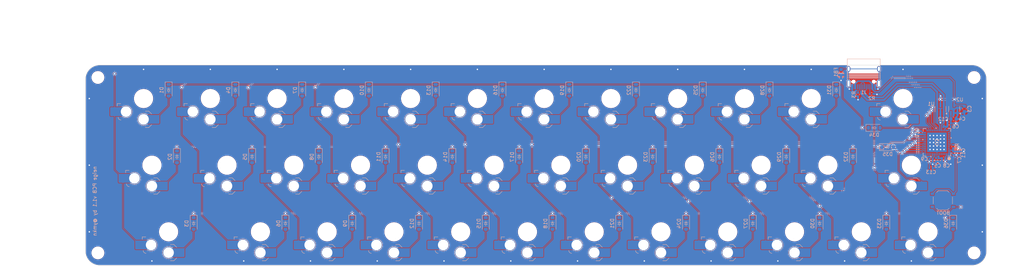
<source format=kicad_pcb>
(kicad_pcb (version 20240108) (generator "pcbnew") (generator_version "8.0")
  (title_block (title "neige PCB") (date "2025-08-02") (rev "v1.1") (company "@ymkn"))
  (layers (0 "F.Cu" signal) (31 "B.Cu" signal) (34 "B.Paste" user) (35 "F.Paste" user) (36 "B.SilkS" user "B.Silkscreen") (37 "F.SilkS" user "F.Silkscreen") (38 "B.Mask" user) (39 "F.Mask" user) (44 "Edge.Cuts" user))
  (net 0 "")
  (net 1 "Net-(D1-A)")
  (net 2 "Net-(D2-A)")
  (net 3 "Net-(D3-A)")
  (net 4 "Net-(D4-A)")
  (net 5 "Net-(D5-A)")
  (net 6 "ROW1")
  (net 7 "Net-(D6-A)")
  (net 8 "Net-(D8-A)")
  (net 9 "Net-(D9-A)")
  (net 10 "ROW2")
  (net 11 "Net-(D10-A)")
  (net 12 "Net-(D11-A)")
  (net 13 "Net-(D12-A)")
  (net 14 "Net-(D13-A)")
  (net 15 "Net-(D7-A)")
  (net 16 "Net-(D14-A)")
  (net 17 "Net-(D15-A)")
  (net 18 "Net-(D16-A)")
  (net 19 "Net-(D17-A)")
  (net 20 "Net-(D18-A)")
  (net 21 "Net-(D19-A)")
  (net 22 "Net-(D20-A)")
  (net 23 "COL0")
  (net 24 "COL1")
  (net 25 "COL2")
  (net 26 "COL3")
  (net 27 "COL4")
  (net 28 "ROW0")
  (net 29 "GND")
  (net 30 "Net-(D21-A)")
  (net 31 "Net-(D22-A)")
  (net 32 "Net-(D23-A)")
  (net 33 "Net-(D24-A)")
  (net 34 "Net-(D25-A)")
  (net 35 "Net-(D26-A)")
  (net 36 "Net-(D27-A)")
  (net 37 "Net-(D28-A)")
  (net 38 "Net-(D29-A)")
  (net 39 "Net-(D30-A)")
  (net 40 "Net-(D31-A)")
  (net 41 "Net-(D32-A)")
  (net 42 "Net-(D33-A)")
  (net 43 "Net-(D34-A)")
  (net 44 "Net-(D35-A)")
  (net 45 "Net-(D36-A)")
  (net 46 "COL5")
  (net 47 "COL6")
  (net 48 "COL7")
  (net 49 "COL8")
  (net 50 "COL9")
  (net 51 "COL10")
  (net 52 "COL11")
  (net 54 "+5V")
  (net 55 "+3V3")
  (net 56 "Net-(U3-NRST)")
  (net 57 "USB_D+")
  (net 58 "Net-(J1-CC2)")
  (net 59 "Net-(J1-CC1)")
  (net 62 "USB_D-")
  (net 64 "BOOT")
  (net 83 "Net-(J1-SHIELD)")
  (footprint "MountingHole:MountingHole_3.2mm_M3" (layer "F.Cu") (at 341.7498 51.1248)
    (property "Reference" "REF**" (hide yes))
    (property "Value" "MountingHole_3.2mm_M3" (hide yes))
  )
  (footprint "MountingHole:MountingHole_3.2mm_M3" (layer "F.Cu") (at 341.7498 101.2748)
    (property "Reference" "REF**" (hide yes))
    (property "Value" "MountingHole_3.2mm_M3" (hide yes))
  )
  (footprint "MountingHole:MountingHole_3.2mm_M3" (layer "F.Cu") (at 91.7498 101.2748)
    (property "Reference" "REF**" (hide yes))
    (property "Value" "MountingHole_3.2mm_M3" (hide yes))
  )
  (footprint "MountingHole:MountingHole_3.2mm_M3" (layer "F.Cu") (at 91.7498 51.1248)
    (property "Reference" "REF**" (hide yes))
    (property "Value" "MountingHole_3.2mm_M3" (hide yes))
  )
  (footprint "ymknlib_Switch_ChocV2:SW_choc_v2_1u" (layer "B.Cu") (at 214.3125 95.25 180)
    (property "Reference" "SW18" (hide yes))
    (property "Value" "SW_Push")
  )
  (footprint "ymknlib_Various:D_SOD-123" (layer "B.Cu") (at 188.1188 54.7687 -90)
    (property "Reference" "D13")
    (property "Value" "1N4148W")
  )
  (footprint "ymknlib_Various:D_SOD-123" (layer "B.Cu") (at 150.0188 54.7687 -90)
    (property "Reference" "D7")
    (property "Value" "1N4148W")
  )
  (footprint "Resistor_SMD:R_0402_1005Metric" (layer "B.Cu") (at 308.6098 56.0048 -90)
    (property "Reference" "R3")
    (property "Value" "5.1K")
  )
  (footprint "ymknlib_Switch_ChocV2:SW_choc_v2_1u" (layer "B.Cu") (at 280.9875 76.2 180)
    (property "Reference" "SW29" (hide yes))
    (property "Value" "SW_Push")
  )
  (footprint "ymknlib_Switch_ChocV2:SW_choc_v2_1u" (layer "B.Cu") (at 328.6125 95.25 180)
    (property "Reference" "SW36" (hide yes))
    (property "Value" "SW_Push")
  )
  (footprint "ymknlib_Various:D_SOD-123" (layer "B.Cu") (at 211.9313 73.8187 -90)
    (property "Reference" "D17")
    (property "Value" "1N4148W")
  )
  (footprint "ymknlib_Various:D_SOD-123" (layer "B.Cu") (at 302.4188 54.7687 -90)
    (property "Reference" "D31")
    (property "Value" "1N4148W")
  )
  (footprint "ymknlib_Switch_ChocV2:SW_choc_v2_1u" (layer "B.Cu") (at 147.6375 76.2 180)
    (property "Reference" "SW8" (hide yes))
    (property "Value" "SW_Push")
  )
  (footprint "Capacitor_SMD:C_0402_1005Metric" (layer "B.Cu") (at 335.7798 72.7648 90)
    (property "Reference" "C7")
    (property "Value" "100nF")
  )
  (footprint "ymknlib_Switch_ChocV2:SW_choc_v2_1u" (layer "B.Cu") (at 219.075 57.15 180)
    (property "Reference" "SW19" (hide yes))
    (property "Value" "SW_Push")
  )
  (footprint "ymknlib_Various:D_SOD-123" (layer "B.Cu") (at 114.3 73.8187 -90)
    (property "Reference" "D2")
    (property "Value" "1N4148W")
  )
  (footprint "ymknlib_Various:D_SOD-123" (layer "B.Cu") (at 173.8313 73.8187 -90)
    (property "Reference" "D11")
    (property "Value" "1N4148W")
  )
  (footprint "ymknlib_Various:D_SOD-123" (layer "B.Cu") (at 316.7063 92.8687 -90)
    (property "Reference" "D33")
    (property "Value" "1N4148W")
  )
  (footprint "Inductor_SMD:L_0603_1608Metric" (layer "B.Cu") (at 303.7798 49.6248 -90)
    (property "Reference" "FB1")
    (property "Value" "FerriteBead")
  )
  (footprint "Capacitor_SMD:C_0402_1005Metric" (layer "B.Cu") (at 337.4998 72.7648 90)
    (property "Reference" "C11")
    (property "Value" "4.7uF")
  )
  (footprint "Resistor_SMD:R_0402_1005Metric" (layer "B.Cu") (at 335.7798 70.8748 90)
    (property "Reference" "R4")
    (property "Value" "10K")
  )
  (footprint "ymknlib_Switch_ChocV2:SW_choc_v2_1u" (layer "B.Cu") (at 300.0375 76.2 180)
    (property "Reference" "SW32" (hide yes))
    (property "Value" "SW_Push")
  )
  (footprint "ymknlib_Various:D_SOD-123" (layer "B.Cu") (at 221.4563 92.8687 -90)
    (property "Reference" "D18")
    (property "Value" "1N4148W")
  )
  (footprint "ymknlib_Switch_ChocV2:SW_choc_v2_1u" (layer "B.Cu") (at 185.7375 76.2 180)
    (property "Reference" "SW14" (hide yes))
    (property "Value" "SW_Push")
  )
  (footprint "ymknlib_Switch_ChocV2:SW_choc_v2_1u" (layer "B.Cu") (at 195.2625 95.25 180)
    (property "Reference" "SW15" (hide yes))
    (property "Value" "SW_Push")
  )
  (footprint "ymknlib_Various:D_SOD-123" (layer "B.Cu") (at 283.3688 54.7687 -90)
    (property "Reference" "D28")
    (property "Value" "1N4148W")
  )
  (footprint "ymknlib_Switch_ChocV2:SW_choc_v2_1u" (layer "B.Cu") (at 276.225 57.15 180)
    (property "Reference" "SW28" (hide yes))
    (property "Value" "SW_Push")
  )
  (footprint "ymknlib_Various:D_SOD-123" (layer "B.Cu") (at 183.3563 92.8687 -90)
    (property "Reference" "D12")
    (property "Value" "1N4148W")
  )
  (footprint "ymknlib_Various:D_SOD-123" (layer "B.Cu") (at 240.5063 92.8687 -90)
    (property "Reference" "D21")
    (property "Value" "1N4148W")
  )
  (footprint "ymknlib_Switch_ChocV2:SW_choc_v2_1u" (layer "B.Cu") (at 271.4625 95.25 180)
    (property "Reference" "SW27" (hide yes))
    (property "Value" "SW_Push")
  )
  (footprint "Capacitor_SMD:C_0402_1005Metric" (layer "B.Cu") (at 329.4598 74.4498)
    (property "Reference" "C9")
    (property "Value" "10nF")
  )
  (footprint "ymknlib_Various:D_SOD-123" (layer "B.Cu") (at 297.6563 92.8687 -90)
    (property "Reference" "D30")
    (property "Value" "1N4148W")
  )
  (footprint "Package_TO_SOT_SMD:SOT-23-3" (layer "B.Cu") (at 336.0623 60.1498 90)
    (property "Reference" "U2")
    (property "Value" "XC6206P332MR")
  )
  (footprint "ymknlib_Switch_ChocV2:SW_choc_v2_1u" (layer "B.Cu") (at 238.125 57.15 180)
    (property "Reference" "SW22" (hide yes))
    (property "Value" "SW_Push")
  )
  (footprint "ymknlib_Switch_ChocV2:SW_choc_v2_1u" (layer "B.Cu") (at 233.3625 95.25 180)
    (property "Reference" "SW21" (hide yes))
    (property "Value" "SW_Push")
  )
  (footprint "ymknlib_Various:D_SOD-123" (layer "B.Cu") (at 154.7813 73.8187 -90)
    (property "Reference" "D8")
    (property "Value" "1N4148W")
  )
  (footprint "Capacitor_SMD:C_0402_1005Metric" (layer "B.Cu") (at 334.6098 64.1948 180)
    (property "Reference" "C12")
    (property "Value" "4.7uF")
  )
  (footprint "ymknlib_Various:D_SOD-123" (layer "B.Cu") (at 135.7313 73.8187 -90)
    (property "Reference" "D5")
    (property "Value" "1N4148W")
  )
  (footprint "ymknlib_Switch_ChocV2:SW_choc_v2_1u" (layer "B.Cu") (at 309.5625 95.25 180)
    (property "Reference" "SW33" (hide yes))
    (property "Value" "SW_Push")
  )
  (footprint "ymknlib_Switch_ChocV2:SW_choc_v2_1u" (layer "B.Cu") (at 290.5125 95.25 180)
    (property "Reference" "SW30" (hide yes))
    (property "Value" "SW_Push")
  )
  (footprint "ymknlib_Switch_ChocV2:SW_choc_v2_1u" (layer "B.Cu") (at 128.5875 76.2 180)
    (property "Reference" "SW5" (hide yes))
    (property "Value" "SW_Push")
  )
  (footprint "Resistor_SMD:R_0402_1005Metric" (layer "B.Cu") (at 312.5098 55.8148 180)
    (property "Reference" "R2")
    (property "Value" "5.1K")
  )
  (footprint "ymknlib_Switch_ChocV2:SW_choc_v2_1u" (layer "B.Cu") (at 157.1625 95.25 180)
    (property "Reference" "SW9" (hide yes))
    (property "Value" "SW_Push")
  )
  (footprint "ymknlib_Switch_ChocV2:SW_choc_v2_1.75u" (layer "B.Cu") (at 321.4688 57.15 180)
    (property "Reference" "SW34" (hide yes))
    (property "Value" "SW_Push")
  )
  (footprint "STM32F072CBx:UFQFPN48-7x7mm" (layer "B.Cu") (at 331.149485 69.6498 90)
    (property "Reference" "U3")
    (property "Value" "STM32F072CBU6")
  )
  (footprint "ymknlib_Various:D_SOD-123" (layer "B.Cu") (at 313.2398 65.5248)
    (property "Reference" "D34")
    (property "Value" "1N4148W")
  )
  (footprint "ymknlib_Various:D_SOD-123" (layer "B.Cu") (at 230.9813 73.8187 -90)
    (property "Reference" "D20")
    (property "Value" "1N4148W")
  )
  (footprint "ymknlib_Switch_ChocV2:SW_choc_v2_1u" (layer "B.Cu") (at 204.7875 76.2 180)
    (property "Reference" "SW17" (hide yes))
    (property "Value" "SW_Push")
  )
  (footprint "ymknlib_Various:D_SOD-123" (layer "B.Cu") (at 207.1688 54.7687 -90)
    (property "Reference" "D16")
    (property "Value" "1N4148W")
  )
  (footprint "ymknlib_Switch_ChocV2:SW_choc_v2_1u" (layer "B.Cu") (at 138.1125 95.25 180)
    (property "Reference" "SW6" (hide yes))
    (property "Value" "SW_Push")
  )
  (footprint "ymknlib_Various:D_SOD-123" (layer "B.Cu") (at 264.3188 54.7687 -90)
    (property "Reference" "D25")
    (property "Value" "1N4148W")
  )
  (footprint "ymknlib_Switch_ChocV2:SW_choc_v2_1u" (layer "B.Cu") (at 104.7748 57.1498 180)
    (property "Reference" "SW1" (hide yes))
    (property "Value" "SW_Push")
  )
  (footprint "ymknlib_Switch_ChocV2:SW_choc_v2_1u" (layer "B.Cu") (at 123.825 57.15 180)
    (property "Reference" "SW4" (hide yes))
    (property "Value" "SW_Push")
  )
  (footprint "ymknlib_Switch_ChocV2:SW_choc_v2_1.25u" (layer "B.Cu") (at 107.156 76.1994 180)
    (property "Reference" "SW2" (hide yes))
    (property "Value" "SW_Push")
  )
  (footprint "ymknlib_Switch_ChocV2:SW_choc_v2_1u" (layer "B.Cu") (at 200.025 57.15 180)
    (property "Reference" "SW16" (hide yes))
    (property "Value" "SW_Push")
  )
  (footprint "Connector_USB:USB_C_Receptacle_HRO_TYPE-C-31-M-12" (layer "B.Cu") (at 310.2498 49.7248)
    (property "Reference" "J1")
    (property "Value" "TYPE-C 16PIN 2MD(073)")
  )
  (footprint "ymknlib_Switch_ChocV2:SW_choc_v2_1u" (layer "B.Cu") (at 257.175 57.15 180)
    (property "Reference" "SW25" (hide yes))
    (property "Value" "SW_Push")
  )
  (footprint "ymknlib_Switch_ChocV2:SW_choc_v2_1u" (layer "B.Cu") (at 176.2125 95.25 180)
    (property "Reference" "SW12" (hide yes))
    (property "Value" "SW_Push")
  )
  (footprint "ymknlib_Switch_ChocV2:SW_choc_v2_1u" (layer "B.Cu") (at 242.8875 76.2 180)
    (property "Reference" "SW23" (hide yes))
    (property "Value" "SW_Push")
  )
  (footprint "ymknlib_Various:D_SOD-123" (layer "B.Cu") (at 192.8813 73.8187 -90)
    (property "Reference" "D14")
    (property "Value" "1N4148W")
  )
  (footprint "Capacitor_SMD:C_0402_1005Metric" (layer "B.Cu") (at 330.899485 74.6498 -90)
    (property "Reference" "C5")
    (property "Value" "100nF")
  )
  (footprint "ymknlib_Various:D_SOD-123" (layer "B.Cu") (at 119.0625 92.8687 -90)
    (property "Reference" "D3")
    (property "Value" "1N4148W")
  )
  (footprint "ymknlib_Various:D_SOD-123" (layer "B.Cu") (at 245.2688 54.7687 -90)
    (property "Reference" "D22")
    (property "Value" "1N4148W")
  )
  (footprint "ymknlib_Various:D_SOD-123" (layer "B.Cu") (at 288.1313 73.8187 -90)
    (property "Reference" "D29")
    (property "Value" "1N4148W")
  )
  (footprint "ymknlib_Switch_ChocV2:SW_choc_v2_1u" (layer "B.Cu") (at 161.925 57.15 180)
    (property "Reference" "SW10" (hide yes))
    (property "Value" "SW_Push")
  )
  (footprint "Capacitor_SMD:C_0402_1005Metric" (layer "B.Cu") (at 329.4598 77.0148)
    (property "Reference" "C13")
    (property "Value" "1uF")
  )
  (footprint "ymknlib_Switch_ChocV2:SW_choc_v2_1.75u" (layer "B.Cu") (at 111.9184 95.249 180)
    (property "Reference" "SW3" (hide yes))
    (property "Value" "SW_Push")
  )
  (footprint "Package_TO_SOT_SMD:SOT-23-6" (layer "B.Cu") (at 332.1498 60.1498 90)
    (property "Reference" "U1")
    (property "Value" "USBLC6-2SC6")
  )
  (footprint "Capacitor_SMD:C_0603_1608Metric" (layer "B.Cu") (at 338.9748 60.0998 -90)
    (property "Reference" "C3")
    (property "Value" "10uF")
  )
  (footprint "Capacitor_SMD:C_0402_1005Metric" (layer "B.Cu") (at 333.0398 74.2148 180)
    (property "Reference" "C8")
    (property "Value" "100nF")
  )
  (footprint "ymknlib_Various:D_SOD-123" (layer "B.Cu") (at 226.2188 54.7687 -90)
    (property "Reference" "D19")
    (property "Value" "1N4148W")
  )
  (footprint "ymknlib_Various:D_SOD-123" (layer "B.Cu") (at 202.4063 92.8687 -90)
    (property "Reference" "D15")
    (property "Value" "1N4148W")
  )
  (footprint "Capacitor_SMD:C_0402_1005Metric" (layer "B.Cu") (at 334.6098 65.1648 180)
    (property "Reference" "C6")
    (property "Value" "100nF")
  )
  (footprint "Capacitor_SMD:C_0402_1005Metric" (layer "B.Cu") (at 326.599485 66.9248 -90)
    (property "Reference" "C10")
    (property "Value" "100nF")
  )
  (footprint "ymknlib_Various:D_SOD-123" (layer "B.Cu") (at 130.9688 54.7687 -90)
    (property "Reference" "D4")
    (property "Value" "1N4148W")
  )
  (footprint "ymknlib_Various:D_SOD-123" (layer "B.Cu") (at 307.1813 73.8187 -90)
    (property "Reference" "D32")
    (property "Value" "1N4148W")
  )
  (footprint "ymknlib_Various:D_SOD-123" (layer "B.Cu") (at 145.2563 92.8687 -90)
    (property "Reference" "D6")
    (property "Value" "1N4148W")
  )
  (footprint "ymknlib_Various:D_SOD-123" (layer "B.Cu") (at 278.6063 92.8687 -90)
    (property "Reference" "D27")
    (property "Value" "1N4148W")
  )
  (footprint "ymknlib_Various:D_SOD-123" (layer "B.Cu") (at 335.7563 92.8687 -90)
    (property "Reference" "D36")
    (property "Value" "1N4148W")
  )
  (footprint "ymknlib_Various:D_SOD-123" (layer "B.Cu") (at 111.9188 54.7687 -90)
    (property "Reference" "D1")
    (property "Value" "1N4148W")
  )
  (footprint "ymknlib_Switch_ChocV2:SW_choc_v2_1u" (layer "B.Cu") (at 261.9375 76.2 180)
    (property "Reference" "SW26" (hide yes))
    (property "Value" "SW_Push")
  )
  (footprint "Button_Switch_SMD:SW_Push_1P1T_XKB_TS-1187A" (layer "B.Cu") (at 332.8298 86.2548 180)
    (property "Reference" "BTN_BOOT1" (hide yes))
    (property "Value" "SW_Push")
  )
  (footprint "ymknlib_Switch_ChocV2:SW_choc_v2_1u" (layer "B.Cu") (at 252.4125 95.25 180)
    (property "Reference" "SW24" (hide yes))
    (property "Value" "SW_Push")
  )
  (footprint "ymknlib_Various:D_SOD-123" (layer "B.Cu") (at 259.5563 92.8687 -90)
    (property "Reference" "D24")
    (property "Value" "1N4148W")
  )
  (footprint "ymknlib_Switch_ChocV2:SW_choc_v2_1u" (layer "B.Cu") (at 223.8375 76.2 180)
    (property "Reference" "SW20" (hide yes))
    (property "Value" "SW_Push")
  )
  (footprint "ymknlib_Various:D_SOD-123" (layer "B.Cu") (at 250.0313 73.8187 -90)
    (property "Reference" "D23")
    (property "Value" "1N4148W")
  )
  (footprint "ymknlib_Switch_ChocV2:SW_choc_v2_1.5u" (layer "B.Cu") (at 323.85 76.2 180)
    (property "Reference" "SW35" (hide yes))
    (property "Value" "SW_Push")
  )
  (footprint "ymknlib_Switch_ChocV2:SW_choc_v2_1u" (layer "B.Cu") (at 180.975 57.15 180)
    (property "Reference" "SW13" (hide yes))
    (property "Value" "SW_Push")
  )
  (footprint "ymknlib_Various:D_SOD-123" (layer "B.Cu") (at 269.0813 73.8187 -90)
    (property "Reference" "D26")
    (property "Value" "1N4148W")
  )
  (footprint "ymknlib_Switch_ChocV2:SW_choc_v2_1u" (layer "B.Cu") (at 295.275 57.15 180)
    (property "Reference" "SW31" (hide yes))
    (property "Value" "SW_Push")
  )
  (footprint "ymknlib_Various:D_SOD-123" (layer "B.Cu") (at 164.3063 92.8687 -90)
    (property "Reference" "D9")
    (property "Value" "1N4148W")
  )
  (footprint "ymknlib_Various:D_SOD-123" (layer "B.Cu") (at 169.0688 54.7687 -90)
    (property "Reference" "D10")
    (property "Value" "1N4148W")
  )
  (footprint "ymknlib_Switch_ChocV2:SW_choc_v2_1u" (layer "B.Cu") (at 142.875 57.15 180)
    (property "Reference" "SW7" (hide yes))
    (property "Value" "SW_Push")
  )
  (footprint "Capacitor_SMD:C_0603_1608Metric" (layer "B.Cu") (at 335.8898 62.9848)
    (property "Reference" "C4")
    (property "Value" "10uF")
  )
  (footprint "ymknlib_Various:D_SOD-123" (layer "B.Cu") (at 317.0823 71.0348)
    (property "Reference" "D35")
    (property "Value" "1N4148W")
  )
  (footprint "ymknlib_Switch_ChocV2:SW_choc_v2_1u" (layer "B.Cu") (at 166.6875 76.2 180)
    (property "Reference" "SW11" (hide yes))
    (property "Value" "SW_Push")
  )
  (gr_arc (start 92.2498 104.7748) (mid 89.421373 103.603227) (end 88.2498 100.7748) (stroke (width 0.1)) (layer "Edge.Cuts"))
  (gr_arc (start 88.2498 51.6248) (mid 89.421373 48.796373) (end 92.2498 47.6248) (stroke (width 0.1)) (layer "Edge.Cuts"))
  (gr_line (start 345.2498 51.6248) (end 345.2498 100.7748) (stroke (width 0.1)) (layer "Edge.Cuts"))
  (gr_line (start 88.2498 100.7748) (end 88.2498 51.6248) (stroke (width 0.1)) (layer "Edge.Cuts"))
  (gr_arc (start 345.2498 100.7748) (mid 344.078227 103.603227) (end 341.2498 104.7748) (stroke (width 0.1)) (layer "Edge.Cuts"))
  (gr_arc (start 341.2498 47.6248) (mid 344.078227 48.796373) (end 345.2498 51.6248) (stroke (width 0.1)) (layer "Edge.Cuts"))
  (gr_line (start 341.2498 104.7748) (end 92.2498 104.7748) (stroke (width 0.1)) (layer "Edge.Cuts"))
  (gr_line (start 92.2498 47.6248) (end 341.2498 47.6248) (stroke (width 0.1)) (layer "Edge.Cuts"))
  (gr_text "neige PCB v1.1 by @ymkn" (at 91.4498 76.4248 90) (layer "B.SilkS") (effects (font (size 1 1)) (justify left bottom mirror)))
  (gr_text "BOOT" (at 332.9498 90.4248 0) (layer "B.SilkS") (effects (font (size 1 1)) (justify bottom mirror)))
  (gr_text "●" (at 335.3498 74.8248 0) (layer "B.SilkS") (effects (font (size 1 1)) (justify left bottom mirror)))
  (segment (start 111.9188 56.4187) (end 111.9188 59.2008) (width 0.2) (layer "B.Cu") (net 1))
  (segment (start 111.9188 59.2008) (end 108.0198 63.0998) (width 0.2) (layer "B.Cu") (net 1))
  (segment (start 114.3 75.4687) (end 114.3 78.2504) (width 0.2) (layer "B.Cu") (net 2))
  (segment (start 114.3 78.2504) (end 110.401 82.1494) (width 0.2) (layer "B.Cu") (net 2))
  (segment (start 119.0625 94.5187) (end 119.0625 97.2999) (width 0.2) (layer "B.Cu") (net 3))
  (segment (start 119.0625 97.2999) (end 115.1634 101.199) (width 0.2) (layer "B.Cu") (net 3))
  (segment (start 130.9688 59.2012) (end 127.07 63.1) (width 0.2) (layer "B.Cu") (net 4))
  (segment (start 130.9688 56.4187) (end 130.9688 59.2012) (width 0.2) (layer "B.Cu") (net 4))
  (segment (start 135.7313 75.4687) (end 135.7313 78.2512) (width 0.2) (layer "B.Cu") (net 5))
  (segment (start 135.7313 78.2512) (end 131.8325 82.15) (width 0.2) (layer "B.Cu") (net 5))
  (segment (start 154.7898 70.9648) (end 135.7413 70.9648) (width 0.2) (layer "F.Cu") (net 6))
  (segment (start 135.7213 70.9648) (end 114.3 70.9648) (width 0.2) (layer "F.Cu") (net 6))
  (segment (start 307.1798 70.9648) (end 288.1298 70.9648) (width 0.2) (layer "F.Cu") (net 6))
  (segment (start 135.7313 70.9748) (end 135.7213 70.9648) (width 0.2) (layer "F.Cu") (net 6))
  (segment (start 192.8698 70.9648) (end 173.8298 70.9648) (width 0.2) (layer "F.Cu") (net 6))
  (segment (start 288.1298 70.9648) (end 269.0698 70.9648) (width 0.2) (layer "F.Cu") (net 6))
  (segment (start 211.9398 70.9648) (end 192.8698 70.9648) (width 0.2) (layer "F.Cu") (net 6))
  (segment (start 230.9798 70.9648) (end 211.9398 70.9648) (width 0.2) (layer "F.Cu") (net 6))
  (segment (start 314.288025 70.9648) (end 307.1798 70.9648) (width 0.2) (layer "F.Cu") (net 6))
  (segment (start 135.7413 70.9648) (end 135.7313 70.9748) (width 0.2) (layer "F.Cu") (net 6))
  (segment (start 250.0298 70.9648) (end 230.9798 70.9648) (width 0.2) (layer "F.Cu") (net 6))
  (segment (start 314.2998 70.953025) (end 314.288025 70.9648) (width 0.2) (layer "F.Cu") (net 6))
  (segment (start 269.0698 70.9648) (end 250.0298 70.9648) (width 0.2) (layer "F.Cu") (net 6))
  (segment (start 173.8298 70.9648) (end 154.7898 70.9648) (width 0.2) (layer "F.Cu") (net 6))
  (via (at 135.7313 70.9748) (size 0.8) (drill 0.4) (layers "F.Cu" "B.Cu") (net 6))
  (via (at 269.0698 70.9648) (size 0.8) (drill 0.4) (layers "F.Cu" "B.Cu") (net 6))
  (via (at 173.8298 70.9648) (size 0.8) (drill 0.4) (layers "F.Cu" "B.Cu") (net 6))
  (via (at 250.0298 70.9648) (size 0.8) (drill 0.4) (layers "F.Cu" "B.Cu") (net 6))
  (via (at 230.9798 70.9648) (size 0.8) (drill 0.4) (layers "F.Cu" "B.Cu") (net 6))
  (via (at 314.2998 70.953025) (size 0.8) (drill 0.4) (layers "F.Cu" "B.Cu") (net 6))
  (via (at 211.9398 70.9648) (size 0.8) (drill 0.4) (layers "F.Cu" "B.Cu") (net 6))
  (via (at 307.1798 70.9648) (size 0.8) (drill 0.4) (layers "F.Cu" "B.Cu") (net 6))
  (via (at 114.3 70.9648) (size 0.8) (drill 0.4) (layers "F.Cu" "B.Cu") (net 6))
  (via (at 192.8698 70.9648) (size 0.8) (drill 0.4) (layers "F.Cu" "B.Cu") (net 6))
  (via (at 154.7898 70.9648) (size 0.8) (drill 0.4) (layers "F.Cu" "B.Cu") (net 6))
  (via (at 288.1298 70.9648) (size 0.8) (drill 0.4) (layers "F.Cu" "B.Cu") (net 6))
  (segment (start 269.0813 72.1687) (end 269.0813 70.9763) (width 0.2) (layer "B.Cu") (net 6))
  (segment (start 250.0313 72.1687) (end 250.0313 70.9663) (width 0.2) (layer "B.Cu") (net 6))
  (segment (start 307.1813 72.1687) (end 307.1813 70.9663) (width 0.2) (layer "B.Cu") (net 6))
  (segment (start 173.8313 72.1687) (end 173.8313 70.9663) (width 0.2) (layer "B.Cu") (net 6))
  (segment (start 321.7198 69.6748) (end 322.345115 69.049485) (width 0.2) (layer "B.Cu") (net 6))
  (segment (start 288.1313 72.1687) (end 288.1313 70.9663) (width 0.2) (layer "B.Cu") (net 6))
  (segment (start 288.1313 70.9663) (end 288.1298 70.9648) (width 0.2) (layer "B.Cu") (net 6))
  (segment (start 314.2998 70.953025) (end 316.846575 70.953025) (width 0.2) (layer "B.Cu") (net 6))
  (segment (start 323.56468 69.049485) (end 323.714554 68.899611) (width 0.2) (layer "B.Cu") (net 6))
  (segment (start 316.846575 70.953025) (end 318.1248 69.6748) (width 0.2) (layer "B.Cu") (net 6))
  (segment (start 230.9813 72.1687) (end 230.9813 70.9663) (width 0.2) (layer "B.Cu") (net 6))
  (segment (start 192.8813 70.9763) (end 192.8698 70.9648) (width 0.2) (layer "B.Cu") (net 6))
  (segment (start 323.714554 68.899611) (end 327.774485 68.899611) (width 0.2) (layer "B.Cu") (net 6))
  (segment (start 307.1813 70.9663) (end 307.1798 70.9648) (width 0.2) (layer "B.Cu") (net 6))
  (segment (start 269.0813 70.9763) (end 269.0698 70.9648) (width 0.2) (layer "B.Cu") (net 6))
  (segment (start 135.7313 70.9748) (end 135.7313 72.1687) (width 0.2) (layer "B.Cu") (net 6))
  (segment (start 154.7813 72.1687) (end 154.7813 70.9733) (width 0.2) (layer "B.Cu") (net 6))
  (segment (start 211.9313 72.1687) (end 211.9313 70.9733) (width 0.2) (layer "B.Cu") (net 6))
  (segment (start 154.7813 70.9733) (end 154.7898 70.9648) (width 0.2) (layer "B.Cu") (net 6))
  (segment (start 211.9313 70.9733) (end 211.9398 70.9648) (width 0.2) (layer "B.Cu") (net 6))
  (segment (start 318.1248 69.6748) (end 321.7198 69.6748) (width 0.2) (layer "B.Cu") (net 6))
  (segment (start 192.8813 72.1687) (end 192.8813 70.9763) (width 0.2) (layer "B.Cu") (net 6))
  (segment (start 173.8313 70.9663) (end 173.8298 70.9648) (width 0.2) (layer "B.Cu") (net 6))
  (segment (start 230.9813 70.9663) (end 230.9798 70.9648) (width 0.2) (layer "B.Cu") (net 6))
  (segment (start 322.345115 69.049485) (end 323.56468 69.049485) (width 0.2) (layer "B.Cu") (net 6))
  (segment (start 250.0313 70.9663) (end 250.0298 70.9648) (width 0.2) (layer "B.Cu") (net 6))
  (segment (start 114.3 70.9648) (end 114.3 72.1687) (width 0.2) (layer "B.Cu") (net 6))
  (segment (start 145.2563 97.3012) (end 141.3575 101.2) (width 0.2) (layer "B.Cu") (net 7))
  (segment (start 145.2563 94.5187) (end 145.2563 97.3012) (width 0.2) (layer "B.Cu") (net 7))
  (segment (start 154.7813 78.2512) (end 150.8825 82.15) (width 0.2) (layer "B.Cu") (net 8))
  (segment (start 154.7813 75.4687) (end 154.7813 78.2512) (width 0.2) (layer "B.Cu") (net 8))
  (segment (start 164.3063 97.3012) (end 160.4075 101.2) (width 0.2) (layer "B.Cu") (net 9))
  (segment (start 164.3063 94.5187) (end 164.3063 97.3012) (width 0.2) (layer "B.Cu") (net 9))
  (segment (start 333.5498 91.2248) (end 332.3398 90.0148) (width 0.2) (layer "F.Cu") (net 10))
  (segment (start 321.093463 72.819454) (end 315.830016 72.819454) (width 0.2) (layer "F.Cu") (net 10))
  (segment (start 119.0698 90.0148) (end 119.0598 90.0248) (width 0.2) (layer "F.Cu") (net 10))
  (segment (start 312.152155 77.55742) (end 302.814775 86.8948) (width 0.2) (layer "F.Cu") (net 10))
  (segment (start 314.272256 76.780823) (end 313.495659 77.55742) (width 0.2) (layer "F.Cu") (net 10))
  (segment (start 321.19386 72.719057) (end 321.093463 72.819454) (width 0.2) (layer "F.Cu") (net 10))
  (segment (start 278.60605 90.0148) (end 259.55605 90.0148) (width 0.2) (layer "F.Cu") (net 10))
  (segment (start 259.55605 90.0148) (end 240.50605 90.0148) (width 0.2) (layer "F.Cu") (net 10))
  (segment (start 315.830016 72.819454) (end 314.272256 74.377214) (width 0.2) (layer "F.Cu") (net 10))
  (segment (start 202.40605 90.0148) (end 183.3598 90.0148) (width 0.2) (layer "F.Cu") (net 10))
  (segment (start 314.272256 74.377214) (end 314.272256 76.780823) (width 0.2) (layer "F.Cu") (net 10))
  (segment (start 183.3598 90.0148) (end 164.2998 90.0148) (width 0.2) (layer "F.Cu") (net 10))
  (segment (start 332.3398 90.0148) (end 316.7098 90.0148) (width 0.2) (layer "F.Cu") (net 10))
  (segment (start 297.65605 88.85855) (end 297.65605 90.0148) (width 0.2) (layer "F.Cu") (net 10))
  (segment (start 297.65605 90.0148) (end 278.60605 90.0148) (width 0.2) (layer "F.Cu") (net 10))
  (segment (start 164.2998 90.0148) (end 145.2498 90.0148) (width 0.2) (layer "F.Cu") (net 10))
  (segment (start 221.45605 90.0148) (end 202.40605 90.0148) (width 0.2) (layer "F.Cu") (net 10))
  (segment (start 240.50605 90.0148) (end 221.45605 90.0148) (width 0.2) (layer "F.Cu") (net 10))
  (segment (start 299.6198 86.8948) (end 297.65605 88.85855) (width 0.2) (layer "F.Cu") (net 10))
  (segment (start 313.495659 77.55742) (end 312.152155 77.55742) (width 0.2) (layer "F.Cu") (net 10))
  (segment (start 297.65605 90.0148) (end 316.7098 90.0148) (width 0.2) (layer "F.Cu") (net 10))
  (segment (start 145.2498 90.0148) (end 119.0698 90.0148) (width 0.2) (layer "F.Cu") (net 10))
  (segment (start 302.814775 86.8948) (end 299.6198 86.8948) (width 0.2) (layer "F.Cu") (net 10))
  (via (at 202.40605 90.0148) (size 0.8) (drill 0.4) (layers "F.Cu" "B.Cu") (net 10))
  (via (at 240.50605 90.0148) (size 0.8) (drill 0.4) (layers "F.Cu" "B.Cu") (net 10))
  (via (at 278.60605 90.0148) (size 0.8) (drill 0.4) (layers "F.Cu" "B.Cu") (net 10))
  (via (at 297.65605 90.0148) (size 0.8) (drill 0.4) (layers "F.Cu" "B.Cu") (net 10))
  (via (at 183.3598 90.0148) (size 0.8) (drill 0.4) (layers "F.Cu" "B.Cu") (net 10))
  (via (at 164.2998 90.0148) (size 0.8) (drill 0.4) (layers "F.Cu" "B.Cu") (net 10))
  (via (at 321.19386 72.719057) (size 0.8) (drill 0.4) (layers "F.Cu" "B.Cu") (net 10))
  (via (at 259.55605 90.0148) (size 0.8) (drill 0.4) (layers "F.Cu" "B.Cu") (net 10))
  (via (at 316.7098 90.0148) (size 0.8) (drill 0.4) (layers "F.Cu" "B.Cu") (net 10))
  (via (at 145.2498 90.0148) (size 0.8) (drill 0.4) (layers "F.Cu" "B.Cu") (net 10))
  (via (at 221.45605 90.0148) (size 0.8) (drill 0.4) (layers "F.Cu" "B.Cu") (net 10))
  (via (at 119.0598 90.0248) (size 0.8) (drill 0.4) (layers "F.Cu" "B.Cu") (net 10))
  (via (at 333.5498 91.2248) (size 0.8) (drill 0.4) (layers "F.Cu" "B.Cu") (net 10))
  (segment (start 327.342811 71.900367) (end 327.774485 71.900367) (width 0.2) (layer "B.Cu") (net 10))
  (segment (start 240.5063 91.2187) (end 240.5063 90.01505) (width 0.2) (layer "B.Cu") (net 10))
  (segment (start 333.5498 91.2248) (end 333.5559 91.2187) (width 0.2) (layer "B.Cu") (net 10))
  (segment (start 183.3563 90.0183) (end 183.3598 90.0148) (width 0.2) (layer "B.Cu") (net 10))
  (segment (start 297.6563 90.01505) (end 297.65605 90.0148) (width 0.2) (layer "B.Cu") (net 10))
  (segment (start 240.5063 90.01505) (end 240.50605 90.0148) (width 0.2) (layer "B.Cu") (net 10))
  (segment (start 316.7098 90.0148) (end 316.7098 91.2152) (width 0.2) (layer "B.Cu") (net 10))
  (segment (start 183.3563 91.2187) (end 183.3563 90.0183) (width 0.2) (layer "B.Cu") (net 10))
  (segment (start 119.0598 91.216) (end 119.0625 91.2187) (width 0.2) (layer "B.Cu") (net 10))
  (segment (start 221.4563 91.2187) (end 221.4563 90.01505) (width 0.2) (layer "B.Cu") (net 10))
  (segment (start 259.5563 90.01505) (end 259.55605 90.0148) (width 0.2) (layer "B.Cu") (net 10))
  (segment (start 164.3063 90.0213) (end 164.2998 90.0148) (width 0.2) (layer "B.Cu") (net 10))
  (segment (start 297.6563 91.2187) (end 297.6563 90.01505) (width 0.2) (layer "B.Cu") (net 10))
  (segment (start 145.2563 90.0213) (end 145.2498 90.0148) (width 0.2) (layer "B.Cu") (net 10))
  (segment (start 278.6063 90.01505) (end 278.60605 90.0148) (width 0.2) (layer "B.Cu") (net 10))
  (segment (start 221.4563 90.01505) (end 221.45605 90.0148) (width 0.2) (layer "B.Cu") (net 10))
  (segment (start 259.5563 91.2187) (end 259.5563 90.01505) (width 0.2) (layer "B.Cu") (net 10))
  (segment (start 316.7098 91.2152) (end 316.7063 91.2187) (width 0.2) (layer "B.Cu") (net 10))
  (segment (start 119.0598 90.0248) (end 119.0598 91.216) (width 0.2) (layer "B.Cu") (net 10))
  (segment (start 278.6063 91.2187) (end 278.6063 90.01505) (width 0.2) (layer "B.Cu") (net 10))
  (segment (start 333.5559 91.2187) (end 335.7563 91.2187) (width 0.2) (layer "B.Cu") (net 10))
  (segment (start 202.4063 91.2187) (end 202.4063 90.01505) (width 0.2) (layer "B.Cu") (net 10))
  (segment (start 145.2563 91.2187) (end 145.2563 90.0213) (width 0.2) (layer "B.Cu") (net 10))
  (segment (start 202.4063 90.01505) (end 202.40605 90.0148) (width 0.2) (layer "B.Cu") (net 10))
  (segment (start 326.524121 72.719057) (end 327.342811 71.900367) (width 0.2) (layer "B.Cu") (net 10))
  (segment (start 164.3063 91.2187) (end 164.3063 90.0213) (width 0.2) (layer "B.Cu") (net 10))
  (segment (start 321.19386 72.719057) (end 326.524121 72.719057) (width 0.2) (layer "B.Cu") (net 10))
  (segment (start 169.0688 56.4187) (end 169.0688 59.2012) (width 0.2) (layer "B.Cu") (net 11))
  (segment (start 169.0688 59.2012) (end 165.17 63.1) (width 0.2) (layer "B.Cu") (net 11))
  (segment (start 173.8313 78.2512) (end 169.9325 82.15) (width 0.2) (layer "B.Cu") (net 12))
  (segment (start 173.8313 75.4687) (end 173.8313 78.2512) (width 0.2) (layer "B.Cu") (net 12))
  (segment (start 183.3563 94.5187) (end 183.3563 97.3012) (width 0.2) (layer "B.Cu") (net 13))
  (segment (start 183.3563 97.3012) (end 179.4575 101.2) (width 0.2) (layer "B.Cu") (net 13))
  (segment (start 188.1188 59.2012) (end 184.22 63.1) (width 0.2) (layer "B.Cu") (net 14))
  (segment (start 188.1188 56.4187) (end 188.1188 59.2012) (width 0.2) (layer "B.Cu") (net 14))
  (segment (start 150.0188 56.4187) (end 150.0188 59.2012) (width 0.2) (layer "B.Cu") (net 15))
  (segment (start 150.0188 59.2012) (end 146.12 63.1) (width 0.2) (layer "B.Cu") (net 15))
  (segment (start 192.8813 78.2512) (end 188.9825 82.15) (width 0.2) (layer "B.Cu") (net 16))
  (segment (start 192.8813 75.4687) (end 192.8813 78.2512) (width 0.2) (layer "B.Cu") (net 16))
  (segment (start 202.4063 94.5187) (end 202.4063 97.3012) (width 0.2) (layer "B.Cu") (net 17))
  (segment (start 202.4063 97.3012) (end 198.5075 101.2) (width 0.2) (layer "B.Cu") (net 17))
  (segment (start 207.1688 56.4187) (end 207.1688 59.2012) (width 0.2) (layer "B.Cu") (net 18))
  (segment (start 207.1688 59.2012) (end 203.27 63.1) (width 0.2) (layer "B.Cu") (net 18))
  (segment (start 211.9313 75.4687) (end 211.9313 78.2512) (width 0.2) (layer "B.Cu") (net 19))
  (segment (start 211.9313 78.2512) (end 208.0325 82.15) (width 0.2) (layer "B.Cu") (net 19))
  (segment (start 221.4563 97.3012) (end 217.5575 101.2) (width 0.2) (layer "B.Cu") (net 20))
  (segment (start 221.4563 94.5187) (end 221.4563 97.3012) (width 0.2) (layer "B.Cu") (net 20))
  (segment (start 226.2188 56.4187) (end 226.2188 59.2012) (width 0.2) (layer "B.Cu") (net 21))
  (segment (start 226.2188 59.2012) (end 222.32 63.1) (width 0.2) (layer "B.Cu") (net 21))
  (segment (start 230.9813 75.4687) (end 230.9813 78.2512) (width 0.2) (layer "B.Cu") (net 22))
  (segment (start 230.9813 78.2512) (end 227.0825 82.15) (width 0.2) (layer "B.Cu") (net 22))
  (segment (start 326.4198 59.0748) (end 327.016122 59.671122) (width 0.2) (layer "F.Cu") (net 23))
  (segment (start 327.016122 59.671122) (end 329.857024 59.671122) (width 0.2) (layer "F.Cu") (net 23))
  (segment (start 326.4198 53.874903) (end 326.4198 59.0748) (width 0.2) (layer "F.Cu") (net 23))
  (segment (start 96.5398 50.0648) (end 322.609697 50.0648) (width 0.2) (layer "F.Cu") (net 23))
  (segment (start 96.5198 50.0848) (end 96.5398 50.0648) (width 0.2) (layer "F.Cu") (net 23))
  (segment (start 322.609697 50.0648) (end 326.4198 53.874903) (width 0.2) (layer "F.Cu") (net 23))
  (via (at 96.5198 50.0848) (size 0.8) (drill 0.4) (layers "F.Cu" "B.Cu") (net 23))
  (via (at 329.857024 59.671122) (size 0.8) (drill 0.4) (layers "F.Cu" "B.Cu") (net 23))
  (segment (start 96.5198 50.0848) (end 96.5298 50.0948) (width 0.2) (layer "B.Cu") (net 23))
  (segment (start 96.5298 50.0948) (end 96.5298 60.8998) (width 0.2) (layer "B.Cu") (net 23))
  (segment (start 96.5298 77.5682) (end 98.911 79.9494) (width 0.2) (layer "B.Cu") (net 23))
  (segment (start 331.399548 65.454548) (end 331.399548 66.2748) (width 0.2) (layer "B.Cu") (net 23))
  (segment (start 329.857024 59.671122) (end 330.1898 60.003898) (width 0.2) (layer "B.Cu") (net 23))
  (segment (start 98.911 94.2366) (end 103.6734 98.999) (width 0.2) (layer "B.Cu") (net 23))
  (segment (start 96.5298 60.8998) (end 96.5298 77.5682) (width 0.2) (layer "B.Cu") (net 23))
  (segment (start 330.1898 64.2448) (end 331.399548 65.454548) (width 0.2) (layer "B.Cu") (net 23))
  (segment (start 330.1898 60.003898) (end 330.1898 64.2448) (width 0.2) (layer "B.Cu") (net 23))
  (segment (start 98.911 79.9494) (end 98.911 94.2366) (width 0.2) (layer "B.Cu") (net 23))
  (segment (start 119.1598 50.4148) (end 115.6498 53.9248) (width 0.2) (layer "F.Cu") (net 24))
  (segment (start 322.464722 50.4148) (end 119.1598 50.4148) (width 0.2) (layer "F.Cu") (net 24))
  (segment (start 326.0698 59.219774) (end 326.0698 54.019878) (width 0.2) (layer "F.Cu") (net 24))
  (segment (start 327.304826 60.4548) (end 326.0698 59.219774) (width 0.2) (layer "F.Cu") (net 24))
  (segment (start 329.531886 60.563753) (end 329.422933 60.4548) (width 0.2) (layer "F.Cu") (net 24))
  (segment (start 329.422933 60.4548) (end 327.304826 60.4548) (width 0.2) (layer "F.Cu") (net 24))
  (segment (start 326.0698 54.019878) (end 322.464722 50.4148) (width 0.2) (layer "F.Cu") (net 24))
  (via (at 329.531886 60.563753) (size 0.8) (drill 0.4) (layers "F.Cu" "B.Cu") (net 24))
  (via (at 115.6498 53.9248) (size 0.8) (drill 0.4) (layers "F.Cu" "B.Cu") (net 24))
  (segment (start 115.58 60.9) (end 115.6498 60.9698) (width 0.2) (layer "B.Cu") (net 24))
  (segment (start 115.6498 60.9698) (end 115.6498 67.5248) (width 0.2) (layer "B.Cu") (net 24))
  (segment (start 120.3425 79.95) (end 121.443 81.0505) (width 0.2) (layer "B.Cu") (net 24))
  (segment (start 329.532973 60.56484) (end 329.532973 61.539045) (width 0.2) (layer "B.Cu") (net 24))
  (segment (start 115.6498 53.9248) (end 115.58 53.9946) (width 0.2) (layer "B.Cu") (net 24))
  (segment (start 121.443 90.5755) (end 129.8675 99) (width 0.2) (layer "B.Cu") (net 24))
  (segment (start 329.5298 61.542218) (end 329.5298 64.079774) (width 0.2) (layer "B.Cu") (net 24))
  (segment (start 115.6498 67.5248) (end 120.3425 72.2175) (width 0.2) (layer "B.Cu") (net 24))
  (segment (start 121.443 81.0505) (end 121.443 90.5755) (width 0.2) (layer "B.Cu") (net 24))
  (segment (start 115.58 53.9946) (end 115.58 60.9) (width 0.2) (layer "B.Cu") (net 24))
  (segment (start 329.5298 64.079774) (end 330.899422 65.449396) (width 0.2) (layer "B.Cu") (net 24))
  (segment (start 329.532973 61.539045) (end 329.5298 61.542218) (width 0.2) (layer "B.Cu") (net 24))
  (segment (start 330.899422 65.449396) (end 330.899422 66.2748) (width 0.2) (layer "B.Cu") (net 24))
  (segment (start 329.531886 60.563753) (end 329.532973 60.56484) (width 0.2) (layer "B.Cu") (net 24))
  (segment (start 120.3425 72.2175) (end 120.3425 79.95) (width 0.2) (layer "B.Cu") (net 24))
  (segment (start 328.882973 61.269806) (end 327.624858 61.269806) (width 0.2) (layer "F.Cu") (net 25))
  (segment (start 137.9098 50.7648) (end 134.6498 54.0248) (width 0.2) (layer "F.Cu") (net 25))
  (segment (start 322.319748 50.7648) (end 137.9098 50.7648) (width 0.2) (layer "F.Cu") (net 25))
  (segment (start 325.7198 59.364748) (end 325.7198 54.164852) (width 0.2) (layer "F.Cu") (net 25))
  (segment (start 325.7198 54.164852) (end 322.319748 50.7648) (width 0.2) (layer "F.Cu") (net 25))
  (segment (start 327.624858 61.269806) (end 325.7198 59.364748) (width 0.2) (layer "F.Cu") (net 25))
  (via (at 134.6498 54.0248) (size 0.8) (drill 0.4) (layers "F.Cu" "B.Cu") (net 25))
  (via (at 328.882973 61.269806) (size 0.8) (drill 0.4) (layers "F.Cu" "B.Cu") (net 25))
  (segment (start 328.883186 61.270019) (end 328.883186 64.128186) (width 0.2) (layer "B.Cu") (net 25))
  (segment (start 139.3925 67.8675) (end 139.3925 79.95) (width 0.2) (layer "B.Cu") (net 25))
  (segment (start 134.63 54.0446) (end 134.63 60.9) (width 0.2) (layer "B.Cu") (net 25))
  (segment (start 328.883186 64.128186) (end 330.399296 65.644296) (width 0.2) (layer "B.Cu") (net 25))
  (segment (start 134.63 60.9) (end 134.63 63.105) (width 0.2) (layer "B.Cu") (net 25))
  (segment (start 148.9175 91.3925) (end 148.9175 99) (width 0.2) (layer "B.Cu") (net 25))
  (segment (start 134.6498 54.0248) (end 134.63 54.0446) (width 0.2) (layer "B.Cu") (net 25))
  (segment (start 139.3925 81.8675) (end 148.9175 91.3925) (width 0.2) (layer "B.Cu") (net 25))
  (segment (start 139.3925 79.95) (end 139.3925 81.8675) (width 0.2) (layer "B.Cu") (net 25))
  (segment (start 328.882973 61.269806) (end 328.883186 61.270019) (width 0.2) (layer "B.Cu") (net 25))
  (segment (start 330.399296 65.644296) (end 330.399296 66.2748) (width 0.2) (layer "B.Cu") (net 25))
  (segment (start 134.63 63.105) (end 139.3925 67.8675) (width 0.2) (layer "B.Cu") (net 25))
  (segment (start 322.174774 51.1148) (end 156.5598 51.1148) (width 0.2) (layer "F.Cu") (net 26))
  (segment (start 325.3698 59.509723) (end 325.3698 54.309826) (width 0.2) (layer "F.Cu") (net 26))
  (segment (start 156.5598 51.1148) (end 153.7498 53.9248) (width 0.2) (layer "F.Cu") (net 26))
  (segment (start 327.838246 61.978169) (end 325.3698 59.509723) (width 0.2) (layer "F.Cu") (net 26))
  (segment (start 328.233186 61.978169) (end 327.838246 61.978169) (width 0.2) (layer "F.Cu") (net 26))
  (segment (start 325.3698 54.309826) (end 322.174774 51.1148) (width 0.2) (layer "F.Cu") (net 26))
  (via (at 328.233186 61.978169) (size 0.8) (drill 0.4) (layers "F.Cu" "B.Cu") (net 26))
  (via (at 153.7498 53.9248) (size 0.8) (drill 0.4) (layers "F.Cu" "B.Cu") (net 26))
  (segment (start 328.2298 64.0448) (end 329.399044 65.214044) (width 0.2) (layer "B.Cu") (net 26))
  (segment (start 158.4425 79.95) (end 158.4425 81.6175) (width 0.2) (layer "B.Cu") (net 26))
  (segment (start 153.68 60.9) (end 153.68 63.055) (width 0.2) (layer "B.Cu") (net 26))
  (segment (start 158.4425 81.6175) (end 167.9675 91.1425) (width 0.2) (layer "B.Cu") (net 26))
  (segment (start 153.68 63.055) (end 158.4425 67.8175) (width 0.2) (layer "B.Cu") (net 26))
  (segment (start 328.2298 61.981555) (end 328.2298 64.0448) (width 0.2) (layer "B.Cu") (net 26))
  (segment (start 328.233186 61.978169) (end 328.2298 61.981555) (width 0.2) (layer "B.Cu") (net 26))
  (segment (start 153.68 53.9946) (end 153.68 60.9) (width 0.2) (layer "B.Cu") (net 26))
  (segment (start 167.9675 91.1425) (end 167.9675 99) (width 0.2) (layer "B.Cu") (net 26))
  (segment (start 153.7498 53.9248) (end 153.68 53.9946) (width 0.2) (layer "B.Cu") (net 26))
  (segment (start 158.4425 67.8175) (end 158.4425 79.95) (width 0.2) (layer "B.Cu") (net 26))
  (segment (start 329.399044 65.214044) (end 329.399044 66.2748) (width 0.2) (layer "B.Cu") (net 26))
  (segment (start 315.102339 69.5848) (end 216.306713 69.5848) (width 0.2) (layer "F.Cu") (net 27))
  (segment (start 196.811739 69.6048) (end 196.273261 69.6048) (width 0.2) (layer "F.Cu") (net 27))
  (segment (start 323.404048 67.399485) (end 322.45014 67.399485) (width 0.2) (layer "F.Cu") (net 27))
  (segment (start 324.164305 66.809654) (end 323.993879 66.809654) (width 0.2) (layer "F.Cu") (net 27))
  (segment (start 195.593261 70.2848) (end 177.5025 70.2848) (width 0.2) (layer "F.Cu") (net 27))
  (segment (start 197.071739 69.8648) (end 196.811739 69.6048) (width 0.2) (layer "F.Cu") (net 27))
  (segment (start 321.149825 68.6998) (end 315.987339 68.6998) (width 0.2) (layer "F.Cu") (net 27))
  (segment (start 216.306713 69.5848) (end 216.006713 69.2848) (width 0.2) (layer "F.Cu") (net 27))
  (segment (start 323.993879 66.809654) (end 323.404048 67.399485) (width 0.2) (layer "F.Cu") (net 27))
  (segment (start 215.178287 69.2848) (end 214.598287 69.8648) (width 0.2) (layer "F.Cu") (net 27))
  (segment (start 214.598287 69.8648) (end 197.071739 69.8648) (width 0.2) (layer "F.Cu") (net 27))
  (segment (start 196.273261 69.6048) (end 195.593261 70.2848) (width 0.2) (layer "F.Cu") (net 27))
  (segment (start 322.45014 67.399485) (end 321.149825 68.6998) (width 0.2) (layer "F.Cu") (net 27))
  (segment (start 216.006713 69.2848) (end 215.178287 69.2848) (width 0.2) (layer "F.Cu") (net 27))
  (segment (start 177.5025 70.2848) (end 177.4925 70.2948) (width 0.2) (layer "F.Cu") (net 27))
  (segment (start 315.987339 68.6998) (end 315.102339 69.5848) (width 0.2) (layer "F.Cu") (net 27))
  (via (at 177.4925 70.2948) (size 0.8) (drill 0.4) (layers "F.Cu" "B.Cu") (net 27))
  (via (at 324.164305 66.809654) (size 0.8) (drill 0.4) (layers "F.Cu" "B.Cu") (net 27))
  (segment (start 177.4925 79.95) (end 177.4925 81.6675) (width 0.2) (layer "B.Cu") (net 27))
  (segment (start 172.73 63.305) (end 177.4925 68.0675) (width 0.2) (layer "B.Cu") (net 27))
  (segment (start 327.923792 65.7998) (end 328.398792 66.2748) (width 0.2) (layer "B.Cu") (net 27))
  (segment (start 187.0175 91.1925) (end 187.0175 99) (width 0.2) (layer "B.Cu") (net 27))
  (segment (start 324.164305 66.809654) (end 325.174159 65.7998) (width 0.2) (layer "B.Cu") (net 27))
  (segment (start 177.4925 81.6675) (end 187.0175 91.1925) (width 0.2) (layer "B.Cu") (net 27))
  (segment (start 177.4925 68.0675) (end 177.4925 79.95) (width 0.2) (layer "B.Cu") (net 27))
  (segment (start 172.73 60.9) (end 172.73 63.305) (width 0.2) (layer "B.Cu") (net 27))
  (segment (start 325.174159 65.7998) (end 327.923792 65.7998) (width 0.2) (layer "B.Cu") (net 27))
  (segment (start 322.10014 67.25451) (end 322.305165 67.049485) (width 0.2) (layer "F.Cu") (net 28))
  (segment (start 322.305165 67.049485) (end 323.005234 67.049485) (width 0.2) (layer "F.Cu") (net 28))
  (segment (start 314.957364 69.2348) (end 315.557365 68.6348) (width 0.2) (layer "F.Cu") (net 28))
  (segment (start 315.842365 68.3498) (end 321.004851 68.3498) (width 0.2) (layer "F.Cu") (net 28))
  (segment (start 321.004851 68.3498) (end 322.10014 67.25451) (width 0.2) (layer "F.Cu") (net 28))
  (segment (start 309.8398 65.4748) (end 309.8398 68.7648) (width 0.2) (layer "F.Cu") (net 28))
  (segment (start 310.3098 69.2348) (end 314.957364 69.2348) (width 0.2) (layer "F.Cu") (net 28))
  (segment (start 309.8398 68.7648) (end 310.3098 69.2348) (width 0.2) (layer "F.Cu") (net 28))
  (segment (start 315.557365 68.6348) (end 315.842365 68.3498) (width 0.2) (layer "F.Cu") (net 28))
  (segment (start 323.005234 67.049485) (end 324.257034 65.797685) (width 0.2) (layer "F.Cu") (net 28))
  (via (at 309.8398 65.4748) (size 0.8) (drill 0.4) (layers "F.Cu" "B.Cu") (net 28))
  (via (at 324.257034 65.797685) (size 0.8) (drill 0.4) (layers "F.Cu" "B.Cu") (net 28))
  (segment (start 309.8398 65.4748) (end 311.5398 65.4748) (width 0.2) (layer "B.Cu") (net 28))
  (segment (start 309.8398 65.4748) (end 309.8398 62.6648) (width 0.2) (layer "B.Cu") (net 28))
  (segment (start 309.8398 62.6648) (end 304.2298 57.0548) (width 0.2) (layer "B.Cu") (net 28))
  (segment (start 328.898918 65.843126) (end 328.898918 66.2748) (width 0.2) (layer "B.Cu") (net 28))
  (segment (start 304.2298 57.0548) (end 304.2298 53.5848) (width 0.2) (layer "B.Cu") (net 28))
  (segment (start 311.5398 65.4748) (end 311.5898 65.5248) (width 0.2) (layer "B.Cu") (net 28))
  (segment (start 303.7637 53.1187) (end 302.4188 53.1187) (width 0.2) (layer "B.Cu") (net 28))
  (segment (start 324.486915 65.797685) (end 324.8348 65.4498) (width 0.2) (layer "B.Cu") (net 28))
  (segment (start 304.2298 53.5848) (end 303.7637 53.1187) (width 0.2) (layer "B.Cu") (net 28))
  (segment (start 328.505592 65.4498) (end 328.898918 65.843126) (width 0.2) (layer "B.Cu") (net 28))
  (segment (start 302.4188 53.1187) (end 111.9188 53.1187) (width 0.2) (layer "B.Cu") (net 28))
  (segment (start 324.257034 65.797685) (end 324.486915 65.797685) (width 0.2) (layer "B.Cu") (net 28))
  (segment (start 324.8348 65.4498) (end 328.505592 65.4498) (width 0.2) (layer "B.Cu") (net 28))
  (via (at 331.174485 69.6998) (size 0.8) (drill 0.4) (layers "F.Cu" "B.Cu") (net 29))
  (via (at 333.174485 71.7248) (size 0.8) (drill 0.4) (layers "F.Cu" "B.Cu") (net 29))
  (via (at 123.8248 48.815425) (size 0.8) (drill 0.4) (layers "F.Cu" "B.Cu") (net 29))
  (via (at 247.6498 103.584175) (size 0.8) (drill 0.4) (layers "F.Cu" "B.Cu") (net 29))
  (via (at 89.296675 95.2498) (size 0.8) (drill 0.4) (layers "F.Cu" "B.Cu") (net 29))
  (via (at 238.1248 48.815425) (size 0.8) (drill 0.4) (layers "F.Cu" "B.Cu") (net 29))
  (via (at 104.7748 48.815425) (size 0.8) (drill 0.4) (layers "F.Cu" "B.Cu") (net 29))
  (via (at 330.174485 69.7248) (size 0.8) (drill 0.4) (layers "F.Cu" "B.Cu") (net 29))
  (via (at 335.08445 75.924734) (size 0.8) (drill 0.4) (layers "F.Cu" "B.Cu") (net 29))
  (via (at 331.174485 67.7248) (size 0.8) (drill 0.4) (layers "F.Cu" "B.Cu") (net 29))
  (via (at 329.174485 68.7248) (size 0.8) (drill 0.4) (layers "F.Cu" "B.Cu") (net 29))
  (via (at 303.7798 51.9748) (size 0.8) (drill 0.4) (layers "F.Cu" "B.Cu") (net 29))
  (via (at 331.174485 71.7248) (size 0.8) (drill 0.4) (layers "F.Cu" "B.Cu") (net 29))
  (via (at 323.8498 103.584175) (size 0.8) (drill 0.4) (layers "F.Cu" "B.Cu") (net 29))
  (via (at 107.15605 103.584175) (size 0.8) (drill 0.4) (layers "F.Cu" "B.Cu") (net 29))
  (via (at 330.174485 67.7248) (size 0.8) (drill 0.4) (layers "F.Cu" "B.Cu") (net 29))
  (via (at 266.6998 103.584175) (size 0.8) (drill 0.4) (layers "F.Cu" "B.Cu") (net 29))
  (via (at 344.090425 95.2498) (size 0.8) (drill 0.4) (layers "F.Cu" "B.Cu") (net 29))
  (via (at 333.174485 68.7248) (size 0.8) (drill 0.4) (layers "F.Cu" "B.Cu") (net 29))
  (via (at 338.7898 72.2748) (size 0.8) (drill 0.4) (layers "F.Cu" "B.Cu") (net 29))
  (via (at 332.180131 56.405131) (size 0.8) (drill 0.4) (layers "F.Cu" "B.Cu") (net 29))
  (via (at 321.46855 48.815425) (size 0.8) (drill 0.4) (layers "F.Cu" "B.Cu") (net 29))
  (via (at 89.296675 57.1498) (size 0.8) (drill 0.4) (layers "F.Cu" "B.Cu") (net 29))
  (via (at 329.949485 75.9248) (size 0.8) (drill 0.4) (layers "F.Cu" "B.Cu") (net 29))
  (via (at 333.174485 67.7248) (size 0.8) (drill 0.4) (layers "F.Cu" "B.Cu") (net 29))
  (via (at 331.174485 70.7248) (size 0.8) (drill 0.4) (layers "F.Cu" "B.Cu") (net 29))
  (via (at 152.3998 103.584175) (size 0.8) (drill 0.4) (layers "F.Cu" "B.Cu") (net 29))
  (via (at 329.174485 67.7248) (size 0.8) (drill 0.4) (layers "F.Cu" "B.Cu") (net 29))
  (via (at 257.1748 48.815425) (size 0.8) (drill 0.4) (layers "F.Cu" "B.Cu") (net 29))
  (via (at 142.8748 48.815425) (size 0.8) (drill 0.4) (layers "F.Cu" "B.Cu") (net 29))
  (via (at 133.3498 103.584175) (size 0.8) (drill 0.4) (layers "F.Cu" "B.Cu") (net 29))
  (via (at 332.143956 64.059006) (size 0.8) (drill 0.4) (layers "F.Cu" "B.Cu") (net 29))
  (via (at 344.090425 57.1498) (size 0.8) (drill 0.4) (layers "F.Cu" "B.Cu") (net 29))
  (via (at 314.319959 54.424643) (size 0.8) (drill 0.4) (layers "F.Cu" "B.Cu") (net 29))
  (via (at 180.9748 48.815425) (size 0.8) (drill 0.4) (layers "F.Cu" "B.Cu") (net 29))
  (via (at 332.174485 71.7248) (size 0.8) (drill 0.4) (layers "F.Cu" "B.Cu") (net 29))
  (via (at 228.5998 103.584175) (size 0.8) (drill 0.4) (layers "F.Cu" "B.Cu") (net 29))
  (via (at 209.5498 103.584175) (size 0.8) (drill 0.4) (layers "F.Cu" "B.Cu") (net 29))
  (via (at 329.174485 71.7248) (size 0.8) (drill 0.4) (layers "F.Cu" "B.Cu") (net 29))
  (via (at 330.174485 70.7248) (size 0.8) (drill 0.4) (layers "F.Cu" "B.Cu") (net 29))
  (via (at 295.2748 48.815425) (size 0.8) (drill 0.4) (layers "F.Cu" "B.Cu") (net 29))
  (via (at 219.0748 48.815425) (size 0.8) (drill 0.4) (layers "F.Cu" "B.Cu") (net 29))
  (via (at 329.174485 70.7248) (size 0.8) (drill 0.4) (layers "F.Cu" "B.Cu") (net 29))
  (via (at 331.174485 68.7248) (size 0.8) (drill 0.4) (layers "F.Cu" "B.Cu") (net 29))
  (via (at 200.0248 48.815425) (size 0.8) (drill 0.4) (layers "F.Cu" "B.Cu") (net 29))
  (via (at 276.2248 48.815425) (size 0.8) (drill 0.4) (layers "F.Cu" "B.Cu") (net 29))
  (via (at 308.6348 57.4798) (size 0.8) (drill 0.4) (layers "F.Cu" "B.Cu") (net 29))
  (via (at 161.9248 48.815425) (size 0.8) (drill 0.4) (layers "F.Cu" "B.Cu") (net 29))
  (via (at 285.7498 103.584175) (size 0.8) (drill 0.4) (layers "F.Cu" "B.Cu") (net 29))
  (via (at 89.296675 76.1998) (size 0.8) (drill 0.4) (layers "F.Cu" "B.Cu") (net 29))
  (via (at 306.144565 54.432602) (size 0.8) (drill 0.4) (layers "F.Cu" "B.Cu") (net 29))
  (via (at 171.4498 103.584175) (size 0.8) (drill 0.4) (layers "F.Cu" "B.Cu") (net 29))
  (via (at 332.174485 68.7248) (size 0.8) (drill 0.4) (layers "F.Cu" "B.Cu") (net 29))
  (via (at 330.174485 71.7248) (size 0.8) (drill 0.4) (layers "F.Cu" "B.Cu") (net 29))
  (via (at 333.174485 70.7248) (size 0.8) (drill 0.4) (layers "F.Cu" "B.Cu") (net 29))
  (via (at 332.174485 69.7248) (size 0.8) (drill 0.4) (layers "F.Cu" "B.Cu") (net 29))
  (via (at 330.174485 68.7248) (size 0.8) (drill 0.4) (layers "F.Cu" "B.Cu") (net 29))
  (via (at 304.7998 103.584175) (size 0.8) (drill 0.4) (layers "F.Cu" "B.Cu") (net 29))
  (via (at 324.949485 67.3998) (size 0.8) (drill 0.4) (layers "F.Cu" "B.Cu") (net 29))
  (via (at 190.4998 103.584175) (size 0.8) (drill 0.4) (layers "F.Cu" "B.Cu") (net 29))
  (via (at 344.090425 76.1998) (size 0.8) (drill 0.4) (layers "F.Cu" "B.Cu") (net 29))
  (via (at 332.174485 67.7248) (size 0.8) (drill 0.4) (layers "F.Cu" "B.Cu") (net 29))
  (via (at 333.174485 69.7248) (size 0.8) (drill 0.4) (layers "F.Cu" "B.Cu") (net 29))
  (via (at 333.9998 63.3548) (size 0.8) (drill 0.4) (layers "F.Cu" "B.Cu") (net 29))
  (via (at 332.174485 70.7248) (size 0.8) (drill 0.4) (layers "F.Cu" "B.Cu") (net 29))
  (via (at 329.174485 69.7248) (size 0.8) (drill 0.4) (layers "F.Cu" "B.Cu") (net 29))
  (via (at 314.0298 55.9648) (size 0.8) (drill 0.4) (layers "F.Cu" "B.Cu") (net 29))
  (segment (start 333.400052 65.834548) (end 333.400052 66.2748) (width 0.3) (layer "B.Cu") (net 29))
  (segment (start 338.7898 72.2748) (end 338.7498 72.3148) (width 0.4) (layer "B.Cu") (net 29))
  (segment (start 330.399296 73.731922) (end 329.949485 74.181733) (width 0.3) (layer "B.Cu") (net 29))
  (segment (start 338.5623 61.2873) (end 338.9748 60.8748) (width 0.4) (layer "B.Cu") (net 29))
  (segment (start 334.1298 64.1948) (end 334.1298 65.1048) (width 0.3) (layer "B.Cu") (net 29))
  (segment (start 332.149485 64.053477) (end 332.149485 61.4248) (width 0.6) (layer "B.Cu") (net 29))
  (segment (start 338.7498 72.3148) (end 335.8098 72.3148) (width 0.4) (layer "B.Cu") (net 29))
  (segment (start 329.9398 77.0148) (end 329.9398 75.934485) (width 0.4) (layer "B.Cu") (net 29))
  (segment (start 327.774485 67.399233) (end 327.773918 67.3998) (width 0.3) (layer "B.Cu") (net 29))
  (segment (start 337.0123 61.2873) (end 338.5623 61.2873) (width 0.4) (layer "B.Cu") (net 29))
  (segment (start 314.319959 54.424643) (end 313.539643 54.424643) (width 0.4) (layer "B.Cu") (net 29))
  (segment (start 327.773918 67.3998) (end 326.619485 67.3998) (width 0.3) (layer "B.Cu") (net 29))
  (segment (start 332.5598 75.2648) (end 332.5598 74.2148) (width 0.4) (layer "B.Cu") (net 29))
  (segment (start 334.1298 65.1048) (end 333.400052 65.834548) (width 0.3) (layer "B.Cu") (net 29))
  (segment (start 330.104485 75.9248) (end 330.899485 75.1298) (width 0.4) (layer "B.Cu") (net 29))
  (segment (start 330.399296 73.0248) (end 330.399296 73.731922) (width 0.3) (layer "B.Cu") (net 29))
  (segment (start 326.599485 67.4048) (end 324.954485 67.4048) (width 0.4) (layer "B.Cu") (net 29))
  (segment (start 308.6348 57.4798) (end 308.6348 56.5148) (width 0.4) (layer "B.Cu") (net 29))
  (segment (start 329.949485 75.9248) (end 329.949485 74.4498) (width 0.4) (layer "B.Cu") (net 29))
  (segment (start 306.9998 54.432602) (end 306.9998 53.7698) (width 0.4) (layer "B.Cu") (net 29))
  (segment (start 313.539643 54.424643) (end 313.4998 54.3848) (width 0.4) (layer "B.Cu") (net 29))
  (segment (start 329.949485 75.9248) (end 330.104485 75.9248) (width 0.4) (layer "B.Cu") (net 29))
  (segment (start 335.7798 71.3848) (end 335.7798 72.2848) (width 0.4) (layer "B.Cu") (net 29))
  (segment (start 335.395367 71.900367) (end 334.524485 71.900367) (width 0.3) (layer "B.Cu") (net 29))
  (segment (start 324.954485 67.4048) (end 324.949485 67.3998) (width 0.4) (layer "B.Cu") (net 29))
  (segment (start 335.8098 72.3148) (end 335.7798 72.2848) (width 0.4) (layer "B.Cu") (net 29))
  (segment (start 334.1298 64.1948) (end 334.1298 63.4848) (width 0.4) (layer "B.Cu") (net 29))
  (segment (start 334.1298 63.4848) (end 333.9998 63.3548) (width 0.4) (layer "B.Cu") (net 29))
  (segment (start 314.0298 55.9648) (end 313.2598 55.9648) (width 0.4) (layer "B.Cu") (net 29))
  (segment (start 337.0498 61.3623) (end 336.9873 61.2998) (width 0.4) (layer "B.Cu") (net 29))
  (segment (start 335.7798 72.2848) (end 335.395367 71.900367) (width 0.3) (layer "B.Cu") (net 29))
  (segment (start 313.2598 55.9648) (end 313.0198 55.7248) (width 0.4) (layer "B.Cu") (net 29))
  (segment (start 335.08445 75.924734) (end 333.219734 75.924734) (width 0.4) (layer "B.Cu") (net 29))
  (segment (start 313.4998 54.3848) (end 313.4998 53.7698) (width 0.4) (layer "B.Cu") (net 29))
  (segment (start 329.9398 75.934485) (end 329.949485 75.9248) (width 0.4) (layer "B.Cu") (net 29))
  (segment (start 332.143956 64.059006) (end 332.149485 64.053477) (width 0.6) (layer "B.Cu") (net 29))
  (segment (start 336.6648 62.9848) (end 336.6648 62.4598) (width 0.4) (layer "B.Cu") (net 29))
  (segment (start 306.144565 54.432602) (end 306.9998 54.432602) (width 0.4) (layer "B.Cu") (net 29))
  (segment (start 337.0123 62.1123) (end 337.0123 61.2873) (width 0.4) (layer "B.Cu") (net 29))
  (segment (start 303.7798 51.9748) (end 303.7798 50.4123) (width 0.4) (layer "B.Cu") (net 29))
  (segment (start 336.6648 62.4598) (end 337.0123 62.1123) (width 0.4) (layer "B.Cu") (net 29))
  (segment (start 333.219734 75.924734) (end 332.5598 75.2648) (width 0.4) (layer "B.Cu") (net 29))
  (segment (start 329.949485 74.181733) (end 329.949485 74.4498) (width 0.3) (layer "B.Cu") (net 29))
  (segment (start 240.5063 94.5187) (end 240.5063 97.3012) (width 0.2) (layer "B.Cu") (net 30))
  (segment (start 240.5063 97.3012) (end 236.6075 101.2) (width 0.2) (layer "B.Cu") (net 30))
  (segment (start 245.2688 56.4187) (end 245.2688 59.2012) (width 0.2) (layer "B.Cu") (net 31))
  (segment (start 245.2688 59.2012) (end 241.37 63.1) (width 0.2) (layer "B.Cu") (net 31))
  (segment (start 250.0313 75.4687) (end 250.0313 78.2512) (width 0.2) (layer "B.Cu") (net 32))
  (segment (start 250.0313 78.2512) (end 246.1325 82.15) (width 0.2) (layer "B.Cu") (net 32))
  (segment (start 259.5563 94.5187) (end 259.5563 97.3012) (width 0.2) (layer "B.Cu") (net 33))
  (segment (start 259.5563 97.3012) (end 255.6575 101.2) (width 0.2) (layer "B.Cu") (net 33))
  (segment (start 264.3188 59.2012) (end 260.42 63.1) (width 0.2) (layer "B.Cu") (net 34))
  (segment (start 264.3188 56.4187) (end 264.3188 59.2012) (width 0.2) (layer "B.Cu") (net 34))
  (segment (start 269.0813 78.2512) (end 265.1825 82.15) (width 0.2) (layer "B.Cu") (net 35))
  (segment (start 269.0813 75.4687) (end 269.0813 78.2512) (width 0.2) (layer "B.Cu") (net 35))
  (segment (start 278.6063 97.3012) (end 274.7075 101.2) (width 0.2) (layer "B.Cu") (net 36))
  (segment (start 278.6063 94.5187) (end 278.6063 97.3012) (width 0.2) (layer "B.Cu") (net 36))
  (segment (start 283.3688 59.2012) (end 279.47 63.1) (width 0.2) (layer "B.Cu") (net 37))
  (segment (start 283.3688 56.4187) (end 283.3688 59.2012) (width 0.2) (layer "B.Cu") (net 37))
  (segment (start 288.1313 75.4687) (end 288.1313 78.2512) (width 0.2) (layer "B.Cu") (net 38))
  (segment (start 288.1313 78.2512) (end 284.2325 82.15) (width 0.2) (layer "B.Cu") (net 38))
  (segment (start 297.6563 97.3012) (end 293.7575 101.2) (width 0.2) (layer "B.Cu") (net 39))
  (segment (start 297.6563 94.5187) (end 297.6563 97.3012) (width 0.2) (layer "B.Cu") (net 39))
  (segment (start 302.4188 59.2012) (end 298.52 63.1) (width 0.2) (layer "B.Cu") (net 40))
  (segment (start 302.4188 56.4187) (end 302.4188 59.2012) (width 0.2) (layer "B.Cu") (net 40))
  (segment (start 307.1813 78.2512) (end 303.2825 82.15) (width 0.2) (layer "B.Cu") (net 41))
  (segment (start 307.1813 75.4687) (end 307.1813 78.2512) (width 0.2) (layer "B.Cu") (net 41))
  (segment (start 316.7063 97.3012) (end 312.8075 101.2) (width 0.2) (layer "B.Cu") (net 42))
  (segment (start 316.7063 94.5187) (end 316.7063 97.3012) (width 0.2) (layer "B.Cu") (net 42))
  (segment (start 314.9098 65.5448) (end 314.8898 65.5248) (width 0.2) (layer "B.Cu") (net 43))
  (segment (start 324.7138 63.8408) (end 323.0098 65.5448) (width 0.2) (layer "B.Cu") (net 43))
  (segment (start 323.0098 65.5448) (end 314.9098 65.5448) (width 0.2) (layer "B.Cu") (net 43))
  (segment (start 324.7138 63.1) (end 324.7138 63.8408) (width 0.2) (layer "B.Cu") (net 43))
  (segment (start 318.7323 71.0348) (end 320.1998 72.5023) (width 0.2) (layer "B.Cu") (net 44))
  (segment (start 325.949485 79.9748) (end 327.094685 81.12) (width 0.2) (layer "B.Cu") (net 44))
  (segment (start 322.4498 79.9748) (end 325.949485 79.9748) (width 0.2) (layer "B.Cu") (net 44))
  (segment (start 327.094685 81.12) (end 327.094685 82.425) (width 0.2) (layer "B.Cu") (net 44))
  (segment (start 320.1998 72.5023) (end 320.1998 77.7248) (width 0.2) (layer "B.Cu") (net 44))
  (segment (start 320.1998 77.7248) (end 322.4498 79.9748) (width 0.2) (layer "B.Cu") (net 44))
  (segment (start 335.7563 94.5187) (end 335.7563 97.3012) (width 0.2) (layer "B.Cu") (net 45))
  (segment (start 335.7563 97.3012) (end 331.8575 101.2) (width 0.2) (layer "B.Cu") (net 45))
  (segment (start 215.861739 69.6348) (end 215.323261 69.6348) (width 0.2) (layer "F.Cu") (net 46))
  (segment (start 322.595115 67.749485) (end 321.2948 69.0498) (width 0.2) (layer "F.Cu") (net 46))
  (segment (start 215.323261 69.6348) (end 214.743261 70.2148) (width 0.2) (layer "F.Cu") (net 46))
  (segment (start 196.5825 70.2148) (end 196.5425 70.2548) (width 0.2) (layer "F.Cu") (net 46))
  (segment (start 323.973287 67.749485) (end 322.595115 67.749485) (width 0.2) (layer "F.Cu") (net 46))
  (segment (start 323.980973 67.741799) (end 323.973287 67.749485) (width 0.2) (layer "F.Cu") (net 46))
  (segment (start 316.132314 69.0498) (end 315.247314 69.9348) (width 0.2) (layer "F.Cu") (net 46))
  (segment (start 214.743261 70.2148) (end 196.5825 70.2148) (width 0.2) (layer "F.Cu") (net 46))
  (segment (start 321.2948 69.0498) (end 316.132314 69.0498) (width 0.2) (layer "F.Cu") (net 46))
  (segment (start 315.247314 69.9348) (end 216.161739 69.9348) (width 0.2) (layer "F.Cu") (net 46))
  (segment (start 216.161739 69.9348) (end 215.861739 69.6348) (width 0.2) (layer "F.Cu") (net 46))
  (via (at 323.980973 67.741799) (size 0.8) (drill 0.4) (layers "F.Cu" "B.Cu") (net 46))
  (via (at 196.5425 70.2548) (size 0.8) (drill 0.4) (layers "F.Cu" "B.Cu") (net 46))
  (segment (start 196.5425 79.95) (end 196.5425 81.8175) (width 0.2) (layer "B.Cu") (net 46))
  (segment (start 196.5425 70.2548) (end 196.5425 79.95) (width 0.2) (layer "B.Cu") (net 46))
  (segment (start 323.980973 67.741799) (end 324.372245 67.741799) (width 0.2) (layer "B.Cu") (net 46))
  (segment (start 327.230085 68.0498) (end 327.380526 67.899359) (width 0.2) (layer "B.Cu") (net 46))
  (segment (start 327.380526 67.899359) (end 327.774485 67.899359) (width 0.2) (layer "B.Cu") (net 46))
  (segment (start 324.680246 68.0498) (end 327.230085 68.0498) (width 0.2) (layer "B.Cu") (net 46))
  (segment (start 196.5425 70.2548) (end 196.5425 67.9175) (width 0.2) (layer "B.Cu") (net 46))
  (segment (start 191.78 63.155) (end 191.78 60.9) (width 0.2) (layer "B.Cu") (net 46))
  (segment (start 196.5425 81.8175) (end 206.0675 91.3425) (width 0.2) (layer "B.Cu") (net 46))
  (segment (start 324.372245 67.741799) (end 324.680246 68.0498) (width 0.2) (layer "B.Cu") (net 46))
  (segment (start 206.0675 91.3425) (end 206.0675 99) (width 0.2) (layer "B.Cu") (net 46))
  (segment (start 196.5425 67.9175) (end 191.78 63.155) (width 0.2) (layer "B.Cu") (net 46))
  (segment (start 315.392289 70.2848) (end 316.277289 69.3998) (width 0.2) (layer "F.Cu") (net 47))
  (segment (start 322.440089 68.399485) (end 323.295441 68.399485) (width 0.2) (layer "F.Cu") (net 47))
  (segment (start 316.277289 69.3998) (end 321.439774 69.3998) (width 0.2) (layer "F.Cu") (net 47))
  (segment (start 215.5925 70.2848) (end 315.392289 70.2848) (width 0.2) (layer "F.Cu") (net 47))
  (segment (start 321.439774 69.3998) (end 322.440089 68.399485) (width 0.2) (layer "F.Cu") (net 47))
  (via (at 323.295441 68.399485) (size 0.8) (drill 0.4) (layers "F.Cu" "B.Cu") (net 47))
  (via (at 215.5925 70.2848) (size 0.8) (drill 0.4) (layers "F.Cu" "B.Cu") (net 47))
  (segment (start 225.1175 91.3925) (end 225.1175 99) (width 0.2) (layer "B.Cu") (net 47))
  (segment (start 215.5925 67.9675) (end 210.83 63.205) (width 0.2) (layer "B.Cu") (net 47))
  (segment (start 215.5925 81.8675) (end 225.1175 91.3925) (width 0.2) (layer "B.Cu") (net 47))
  (segment (start 215.5925 70.2848) (end 215.5925 67.9675) (width 0.2) (layer "B.Cu") (net 47))
  (segment (start 215.5925 70.2848) (end 215.5925 79.95) (width 0.2) (layer "B.Cu") (net 47))
  (segment (start 210.83 63.205) (end 210.83 60.9) (width 0.2) (layer "B.Cu") (net 47))
  (segment (start 215.5925 79.95) (end 215.5925 81.8675) (width 0.2) (layer "B.Cu") (net 47))
  (segment (start 323.295441 68.399485) (end 327.774485 68.399485) (width 0.2) (layer "B.Cu") (net 47))
  (segment (start 302.234876 85.4948) (end 312.522256 75.20742) (width 0.2) (layer "F.Cu") (net 48))
  (segment (start 312.522256 75.20742) (end 312.522256 73.652344) (width 0.2) (layer "F.Cu") (net 48))
  (segment (start 238.3198 85.4948) (end 302.234876 85.4948) (width 0.2) (layer "F.Cu") (net 48))
  (segment (start 321.784938 69.549611) (end 324.949485 69.549611) (width 0.2) (layer "F.Cu") (net 48))
  (segment (start 321.584749 69.7498) (end 321.784938 69.549611) (width 0.2) (layer "F.Cu") (net 48))
  (segment (start 316.4248 69.7498) (end 321.584749 69.7498) (width 0.2) (layer "F.Cu") (net 48))
  (segment (start 312.522256 73.652344) (end 316.4248 69.7498) (width 0.2) (layer "F.Cu") (net 48))
  (via (at 324.949485 69.549611) (size 0.8) (drill 0.4) (layers "F.Cu" "B.Cu") (net 48))
  (via (at 238.3198 85.4948) (size 0.8) (drill 0.4) (layers "F.Cu" "B.Cu") (net 48))
  (segment (start 234.6425 67.9175) (end 234.6425 79.95) (width 0.2) (layer "B.Cu") (net 48))
  (segment (start 229.88 60.9) (end 229.88 63.155) (width 0.2) (layer "B.Cu") (net 48))
  (segment (start 234.6425 81.8175) (end 234.6425 79.95) (width 0.2) (layer "B.Cu") (net 48))
  (segment (start 229.88 63.155) (end 234.6425 67.9175) (width 0.2) (layer "B.Cu") (net 48))
  (segment (start 238.3198 85.4948) (end 238.4098 85.4948) (width 0.2) (layer "B.Cu") (net 48))
  (segment (start 238.4098 85.4948) (end 244.1675 91.2525) (width 0.2) (layer "B.Cu") (net 48))
  (segment (start 244.1675 91.2525) (end 244.1675 99) (width 0.2) (layer "B.Cu") (net 48))
  (segment (start 238.3198 85.4948) (end 234.6425 81.8175) (width 0.2) (layer "B.Cu") (net 48))
  (segment (start 325.099359 69.399737) (end 327.774485 69.399737) (width 0.2) (layer "B.Cu") (net 48))
  (segment (start 324.949485 69.549611) (end 325.099359 69.399737) (width 0.2) (layer "B.Cu") (net 48))
  (segment (start 302.379851 85.8448) (end 260.9298 85.8448) (width 0.2) (layer "F.Cu") (net 49))
  (segment (start 324.107491 70.0998) (end 316.569774 70.0998) (width 0.2) (layer "F.Cu") (net 49))
  (segment (start 260.9298 85.8448) (end 260.2498 86.5248) (width 0.2) (layer "F.Cu") (net 49))
  (segment (start 324.207302 70.199611) (end 324.107491 70.0998) (width 0.2) (layer "F.Cu") (net 49))
  (segment (start 312.872256 73.797318) (end 312.872256 75.352395) (width 0.2) (layer "F.Cu") (net 49))
  (segment (start 316.569774 70.0998) (end 312.872256 73.797318) (width 0.2) (layer "F.Cu") (net 49))
  (segment (start 312.872256 75.352395) (end 302.379851 85.8448) (width 0.2) (layer "F.Cu") (net 49))
  (via (at 324.207302 70.199611) (size 0.8) (drill 0.4) (layers "F.Cu" "B.Cu") (net 49))
  (via (at 260.2498 86.5248) (size 0.8) (drill 0.4) (layers "F.Cu" "B.Cu") (net 49))
  (segment (start 253.6925 79.95) (end 260.2498 86.5073) (width 0.2) (layer "B.Cu") (net 49))
  (segment (start 260.2498 86.5073) (end 260.2498 86.5248) (width 0.2) (layer "B.Cu") (net 49))
  (segment (start 248.93 60.9) (end 253.6925 65.6625) (width 0.2) (layer "B.Cu") (net 49))
  (segment (start 260.2673 86.5248) (end 263.2175 89.475) (width 0.2) (layer "B.Cu") (net 49))
  (segment (start 263.2175 89.475) (end 263.2175 99) (width 0.2) (layer "B.Cu") (net 49))
  (segment (start 260.2498 86.5248) (end 260.2673 86.5248) (width 0.2) (layer "B.Cu") (net 49))
  (segment (start 324.207302 70.199611) (end 326.995337 70.199611) (width 0.2) (layer "B.Cu") (net 49))
  (segment (start 327.295085 69.899863) (end 327.774485 69.899863) (width 0.2) (layer "B.Cu") (net 49))
  (segment (start 326.995337 70.199611) (end 327.295085 69.899863) (width 0.2) (layer "B.Cu") (net 49))
  (segment (start 253.6925 65.6625) (end 253.6925 79.95) (width 0.2) (layer "B.Cu") (net 49))
  (segment (start 313.222256 73.942292) (end 316.414748 70.7498) (width 0.2) (layer "F.Cu") (net 50))
  (segment (start 277.6598 86.4948) (end 277.9598 86.1948) (width 0.2) (layer "F.Cu") (net 50))
  (segment (start 316.414748 70.7498) (end 323.386686 70.7498) (width 0.2) (layer "F.Cu") (net 50))
  (segment (start 302.524826 86.1948) (end 313.222256 75.497369) (width 0.2) (layer "F.Cu") (net 50))
  (segment (start 313.222256 75.497369) (end 313.222256 73.942292) (width 0.2) (layer "F.Cu") (net 50))
  (segment (start 277.9598 86.1948) (end 302.524826 86.1948) (width 0.2) (layer "F.Cu") (net 50))
  (via (at 277.6598 86.4948) (size 0.8) (drill 0.4) (layers "F.Cu" "B.Cu") (net 50))
  (via (at 323.386686 70.7498) (size 0.8) (drill 0.4) (layers "F.Cu" "B.Cu") (net 50))
  (segment (start 326.893189 70.849611) (end 327.342811 70.399989) (width 0.2) (layer "B.Cu") (net 50))
  (segment (start 327.342811 70.399989) (end 327.774485 70.399989) (width 0.2) (layer "B.Cu") (net 50))
  (segment (start 272.7425 67.9175) (end 272.7425 79.95) (width 0.2) (layer "B.Cu") (net 50))
  (segment (start 267.98 60.9) (end 267.98 63.155) (width 0.2) (layer "B.Cu") (net 50))
  (segment (start 277.6598 86.4948) (end 282.2675 91.1025) (width 0.2) (layer "B.Cu") (net 50))
  (segment (start 277.6598 86.4948) (end 277.5198 86.4948) (width 0.2) (layer "B.Cu") (net 50))
  (segment (start 272.7425 81.7175) (end 272.7425 79.95) (width 0.2) (layer "B.Cu") (net 50))
  (segment (start 323.486497 70.849611) (end 326.893189 70.849611) (width 0.2) (layer "B.Cu") (net 50))
  (segment (start 267.98 63.155) (end 272.7425 67.9175) (width 0.2) (layer "B.Cu") (net 50))
  (segment (start 277.5198 86.4948) (end 272.7425 81.7175) (width 0.2) (layer "B.Cu") (net 50))
  (segment (start 323.386686 70.7498) (end 323.486497 70.849611) (width 0.2) (layer "B.Cu") (net 50))
  (segment (start 282.2675 91.1025) (end 282.2675 99) (width 0.2) (layer "B.Cu") (net 50))
  (segment (start 313.572256 75.642345) (end 313.572256 74.087266) (width 0.2) (layer "F.Cu") (net 51))
  (segment (start 297.6398 87.6948) (end 298.7898 86.5448) (width 0.2) (layer "F.Cu") (net 51))
  (segment (start 298.7898 86.5448) (end 302.669801 86.5448) (width 0.2) (layer "F.Cu") (net 51))
  (segment (start 322.647091 71.4148) (end 322.662091 71.3998) (width 0.2) (layer "F.Cu") (net 51))
  (segment (start 302.669801 86.5448) (end 313.572256 75.642345) (width 0.2) (layer "F.Cu") (net 51))
  (segment (start 297.6398 87.8148) (end 297.6398 87.6948) (width 0.2) (layer "F.Cu") (net 51))
  (segment (start 313.572256 74.087266) (end 316.244722 71.4148) (width 0.2) (layer "F.Cu") (net 51))
  (segment (start 316.244722 71.4148) (end 322.647091 71.4148) (width 0.2) (layer "F.Cu") (net 51))
  (via (at 297.6398 87.8148) (size 0.8) (drill 0.4) (layers "F.Cu" "B.Cu") (net 51))
  (via (at 322.662091 71.3998) (size 0.8) (drill 0.4) (layers "F.Cu" "B.Cu") (net 51))
  (segment (start 327.342811 70.900115) (end 327.774485 70.900115) (width 0.2) (layer "B.Cu") (net 51))
  (segment (start 287.03 63.205) (end 291.7925 67.9675) (width 0.2) (layer "B.Cu") (net 51))
  (segment (start 322.662091 71.3998) (end 326.843126 71.3998) (width 0.2) (layer "B.Cu") (net 51))
  (segment (start 291.7925 81.9675) (end 291.7925 79.95) (width 0.2) (layer "B.Cu") (net 51))
  (segment (start 326.843126 71.3998) (end 327.342811 70.900115) (width 0.2) (layer "B.Cu") (net 51))
  (segment (start 301.3175 91.3925) (end 301.3175 99) (width 0.2) (layer "B.Cu") (net 51))
  (segment (start 287.03 60.9) (end 287.03 63.205) (width 0.2) (layer "B.Cu") (net 51))
  (segment (start 297.6398 87.8148) (end 297.7398 87.8148) (width 0.2) (layer "B.Cu") (net 51))
  (segment (start 297.6398 87.8148) (end 291.7925 81.9675) (width 0.2) (layer "B.Cu") (net 51))
  (segment (start 297.7398 87.8148) (end 301.3175 91.3925) (width 0.2) (layer "B.Cu") (net 51))
  (segment (start 291.7925 67.9675) (end 291.7925 79.95) (width 0.2) (layer "B.Cu") (net 51))
  (segment (start 313.922256 76.211584) (end 313.22642 76.90742) (width 0.2) (layer "F.Cu") (net 52))
  (segment (start 321.90797 72.0648) (end 321.903713 72.069057) (width 0.2) (layer "F.Cu") (net 52))
  (segment (start 321.903713 72.069057) (end 316.085439 72.069057) (width 0.2) (layer "F.Cu") (net 52))
  (segment (start 313.922256 74.23224) (end 313.922256 76.211584) (width 0.2) (layer "F.Cu") (net 52))
  (segment (start 316.085439 72.069057) (end 313.922256 74.23224) (width 0.2) (layer "F.Cu") (net 52))
  (via (at 321.90797 72.0648) (size 0.8) (drill 0.4) (layers "F.Cu" "B.Cu") (net 52))
  (via (at 313.22642 76.90742) (size 0.8) (drill 0.4) (layers "F.Cu" "B.Cu") (net 52))
  (segment (start 326.678252 72.0648) (end 327.342811 71.400241) (width 0.2) (layer "B.Cu") (net 52))
  (segment (start 313.2238 76.9048) (end 313.2238 60.9) (width 0.2) (layer "B.Cu") (net 52))
  (segment (start 315.605 81.88) (end 320.3675 86.6425) (width 0.2) (layer "B.Cu") (net 52))
  (segment (start 327.342811 71.400241) (end 327.774485 71.400241) (width 0.2) (layer "B.Cu") (net 52))
  (segment (start 321.90797 72.0648) (end 326.678252 72.0648) (width 0.2) (layer "B.Cu") (net 52))
  (segment (start 315.605 81.88) (end 315.605 79.95) (width 0.2) (layer "B.Cu") (net 52))
  (segment (start 320.3675 86.6425) (end 320.3675 99) (width 0.2) (layer "B.Cu") (net 52))
  (segment (start 313.22642 77.57142) (end 315.605 79.95) (width 0.2) (layer "B.Cu") (net 52))
  (segment (start 313.22642 76.90742) (end 313.22642 77.57142) (width 0.2) (layer "B.Cu") (net 52))
  (segment (start 313.22642 76.90742) (end 313.2238 76.9048) (width 0.2) (layer "B.Cu") (net 52))
  (segment (start 335.9998 57.3748) (end 332.166317 57.3748) (width 0.4) (layer "F.Cu") (net 54))
  (via (at 336.0498 57.3748) (size 0.8) (drill 0.4) (layers "F.Cu" "B.Cu") (net 54))
  (via (at 332.166317 57.3748) (size 0.8) (drill 0.4) (layers "F.Cu" "B.Cu") (net 54))
  (segment (start 338.6623 59.0123) (end 338.9748 59.3248) (width 0.4) (layer "B.Cu") (net 54))
  (segment (start 313.4198 55.2148) (end 312.6998 54.4948) (width 0.4) (layer "B.Cu") (net 54))
  (segment (start 314.590461 55.2148) (end 313.4198 55.2148) (width 0.4) (layer "B.Cu") (net 54))
  (segment (start 308.605816 52.1748) (end 311.8198 52.1748) (width 0.4) (layer "B.Cu") (net 54))
  (segment (start 332.166317 57.3748) (end 332.1498 57.391317) (width 0.4) (layer "B.Cu") (net 54))
  (segment (start 307.7998 53.7698) (end 307.7998 52.980816) (width 0.4) (layer "B.Cu") (net 54))
  (segment (start 332.1498 57.391317) (end 332.1498 58.8748) (width 0.4) (layer "B.Cu") (net 54))
  (segment (start 334.8298 51.0648) (end 318.740461 51.0648) (width 0.4) (layer "B.Cu") (net 54))
  (segment (start 311.8198 52.1748) (end 312.6998 53.0548) (width 0.4) (layer "B.Cu") (net 54))
  (segment (start 312.6998 54.4948) (end 312.6998 53.7698) (width 0.4) (layer "B.Cu") (net 54))
  (segment (start 336.0623 59.0123) (end 336.0623 52.2973) (width 0.4) (layer "B.Cu") (net 54))
  (segment (start 318.740461 51.0648) (end 314.590461 55.2148) (width 0.4) (layer "B.Cu") (net 54))
  (segment (start 336.0623 52.2973) (end 334.8298 51.0648) (width 0.4) (layer "B.Cu") (net 54))
  (segment (start 307.7998 52.980816) (end 308.605816 52.1748) (width 0.4) (layer "B.Cu") (net 54))
  (segment (start 312.6998 53.0548) (end 312.6998 53.7698) (width 0.4) (layer "B.Cu") (net 54))
  (segment (start 336.0623 59.0123) (end 338.6623 59.0123) (width 0.4) (layer "B.Cu") (net 54))
  (segment (start 333.525131 75.169469) (end 333.5198 75.1748) (width 0.4) (layer "F.Cu") (net 55))
  (segment (start 336.649485 73.2748) (end 336.599485 73.2248) (width 0.4) (layer "F.Cu") (net 55))
  (segment (start 336.599485 64.404485) (end 336.5298 64.3348) (width 0.4) (layer "F.Cu") (net 55))
  (segment (start 336.649485 73.2748) (end 334.754816 75.169469) (width 0.4) (layer "F.Cu") (net 55))
  (segment (start 334.754816 75.169469) (end 333.525131 75.169469) (width 0.4) (layer "F.Cu") (net 55))
  (segment (start 327.724485 75.1748) (end 325.699485 73.1498) (width 0.4) (layer "F.Cu") (net 55))
  (segment (start 325.699485 73.1498) (end 325.699485 66.4498) (width 0.4) (layer "F.Cu") (net 55))
  (segment (start 336.599485 73.2248) (end 336.599485 64.404485) (width 0.4) (layer "F.Cu") (net 55))
  (segment (start 333.5198 75.1748) (end 327.724485 75.1748) (width 0.4) (layer "F.Cu") (net 55))
  (via (at 328.979485 75.1748) (size 0.8) (drill 0.4) (layers "F.Cu" "B.Cu") (net 55))
  (via (at 336.5298 64.3348) (size 0.8) (drill 0.4) (layers "F.Cu" "B.Cu") (net 55))
  (via (at 325.699485 66.4498) (size 0.8) (drill 0.4) (layers "F.Cu" "B.Cu") (net 55))
  (via (at 333.525131 75.169469) (size 0.8) (drill 0.4) (layers "F.Cu" "B.Cu") (net 55))
  (via (at 336.649485 73.2748) (size 0.8) (drill 0.4) (layers "F.Cu" "B.Cu") (net 55))
  (segment (start 336.3898 64.1948) (end 335.0898 64.1948) (width 0.4) (layer "B.Cu") (net 55))
  (segment (start 336.5298 64.3348) (end 336.3898 64.1948) (width 0.4) (layer "B.Cu") (net 55))
  (segment (start 335.8298 84.3798) (end 334.6348 83.1848) (width 0.4) (layer "B.Cu") (net 55))
  (segment (start 334.6348 83.1848) (end 331.0248 83.1848) (width 0.4) (layer "B.Cu") (net 55))
  (segment (start 328.9798 75.175115) (end 328.979485 75.1748) (width 0.4) (layer "B.Cu") (net 55))
  (segment (start 336.619485 73.2448) (end 335.7798 73.2448) (width 0.4) (layer "B.Cu") (net 55))
  (segment (start 336.649485 73.2748) (end 336.599485 73.3248) (width 0.4) (layer "B.Cu") (net 55))
  (segment (start 334.3198 66.2748) (end 333.900178 66.2748) (width 0.3) (layer "B.Cu") (net 55))
  (segment (start 328.9798 77.0148) (end 328.9798 75.175115) (width 0.4) (layer "B.Cu") (net 55))
  (segment (start 336.649485 73.2748) (end 336.619485 73.2448) (width 0.4) (layer "B.Cu") (net 55))
  (segment (start 327.774485 66.899107) (end 327.053792 66.899107) (width 0.3) (layer "B.Cu") (net 55))
  (segment (start 336.599485 73.3248) (end 336.599485 83.610115) (width 0.4) (layer "B.Cu") (net 55))
  (segment (start 327.053792 66.899107) (end 326.599485 66.4448) (width 0.3) (layer "B.Cu") (net 55))
  (segment (start 325.704485 66.4448) (end 326.599485 66.4448) (width 0.3) (layer "B.Cu") (net 55))
  (segment (start 328.989485 74.4498) (end 328.979485 74.4598) (width 0.4) (layer "B.Cu") (net 55))
  (segment (start 335.124485 64.1198) (end 335.124485 61.6123) (width 0.4) (layer "B.Cu") (net 55))
  (segment (start 335.7798 73.2448) (end 334.935493 72.400493) (width 0.3) (layer "B.Cu") (net 55))
  (segment (start 333.5198 73.825115) (end 333.900178 73.444737) (width 0.3) (layer "B.Cu") (net 55))
  (segment (start 331.0248 83.1848) (end 329.8298 84.3798) (width 0.4) (layer "B.Cu") (net 55))
  (segment (start 336.649485 73.2748) (end 337.3498 73.2748) (width 0.4) (layer "B.Cu") (net 55))
  (segment (start 336.599485 83.610115) (end 335.8298 84.3798) (width 0.4) (layer "B.Cu") (net 55))
  (segment (start 333.900178 73.444737) (end 333.900178 73.0248) (width 0.3) (layer "B.Cu") (net 55))
  (segment (start 335.079485 64.1648) (end 335.079485 65.515115) (width 0.3) (layer "B.Cu") (net 55))
  (segment (start 335.124485 64.1198) (end 335.079485 64.1648) (width 0.3) (layer "B.Cu") (net 55))
  (segment (start 328.979485 74.4598) (end 328.979485 75.1748) (width 0.4) (layer "B.Cu") (net 55))
  (segment (start 333.525131 75.169469) (end 333.525131 74.220131) (width 0.4) (layer "B.Cu") (net 55))
  (segment (start 328.989485 74.4498) (end 329.005844 74.4498) (width 0.3) (layer "B.Cu") (net 55))
  (segment (start 325.699485 66.4498) (end 325.704485 66.4448) (width 0.3) (layer "B.Cu") (net 55))
  (segment (start 329.005844 74.4498) (end 329.89917 73.556474) (width 0.3) (layer "B.Cu") (net 55))
  (segment (start 329.89917 73.556474) (end 329.89917 73.0248) (width 0.3) (layer "B.Cu") (net 55))
  (segment (start 333.525131 74.220131) (end 333.5198 74.2148) (width 0.4) (layer "B.Cu") (net 55))
  (segment (start 334.935493 72.400493) (end 334.524485 72.400493) (width 0.3) (layer "B.Cu") (net 55))
  (segment (start 333.5198 74.2148) (end 333.5198 73.825115) (width 0.3) (layer "B.Cu") (net 55))
  (segment (start 335.079485 65.515115) (end 334.3198 66.2748) (width 0.3) (layer "B.Cu") (net 55))
  (segment (start 330.899422 73.0248) (end 330.899422 74.169737) (width 0.2) (layer "B.Cu") (net 56))
  (segment (start 330.899422 74.169737) (end 330.899485 74.1698) (width 0.2) (layer "B.Cu") (net 56))
  (segment (start 333.0998 56.122718) (end 333.0998 58.7248) (width 0.6) (layer "B.Cu") (net 57))
  (segment (start 310.9998 54.6448) (end 310.4998 55.1448) (width 0.2) (layer "B.Cu") (net 57))
  (segment (start 310.4998 55.1448) (end 309.9998 54.6448) (width 0.2) (layer "B.Cu") (net 57))
  (segment (start 315.7198 56.8148) (end 319.6698 52.8648) (width 0.6) (layer "B.Cu") (net 57))
  (segment (start 333.099485 64.0948) (end 333.099485 61.5623) (width 0.6) (layer "B.Cu") (net 57))
  (segment (start 332.3998 64.794485) (end 332.3998 66.2748) (width 0.3) (layer "B.Cu") (net 57))
  (segment (start 333.0998 59.0123) (end 333.0998 61.2873) (width 0.6) (layer "B.Cu") (net 57))
  (segment (start 309.9998 54.6448) (end 309.9998 53.7698) (width 0.2) (layer "B.Cu") (net 57))
  (segment (start 319.6698 52.8648) (end 329.841882 52.8648) (width 0.6) (layer "B.Cu") (net 57))
  (segment (start 329.841882 52.8648) (end 333.0998 56.122718) (width 0.6) (layer "B.Cu") (net 57))
  (segment (start 311.5898 56.8148) (end 315.7198 56.8148) (width 0.6) (layer "B.Cu") (net 57))
  (segment (start 310.4898 55.1448) (end 310.4898 55.7148) (width 0.6) (layer "B.Cu") (net 57))
  (segment (start 333.099485 64.0948) (end 332.3998 64.794485) (width 0.3) (layer "B.Cu") (net 57))
  (segment (start 310.4898 55.7148) (end 311.5898 56.8148) (width 0.6) (layer "B.Cu") (net 57))
  (segment (start 310.9998 53.7698) (end 310.9998 54.6448) (width 0.2) (layer "B.Cu") (net 57))
  (segment (start 311.9998 53.7698) (end 311.9998 55.7248) (width 0.2) (layer "B.Cu") (net 58))
  (segment (start 308.6098 55.1048) (end 308.6098 55.4948) (width 0.2) (layer "B.Cu") (net 59))
  (segment (start 308.9998 53.7698) (end 308.9998 54.7148) (width 0.2) (layer "B.Cu") (net 59))
  (segment (start 308.9998 54.7148) (end 308.6098 55.1048) (width 0.2) (layer "B.Cu") (net 59))
  (segment (start 309.4998 55.1448) (end 309.4998 53.7698) (width 0.2) (layer "B.Cu") (net 62))
  (segment (start 309.4998 55.1448) (end 309.4998 55.78546) (width 0.6) (layer "B.Cu") (net 62))
  (segment (start 329.531222 53.6148) (end 331.1998 55.283378) (width 0.6) (layer "B.Cu") (net 62))
  (segment (start 309.4998 53.7698) (end 309.4998 52.8448) (width 0.2) (layer "B.Cu") (net 62))
  (segment (start 316.03046 57.5648) (end 319.98046 53.6148) (width 0.6) (layer "B.Cu") (net 62))
  (segment (start 331.1998 59.0123) (end 331.1998 61.2873) (width 0.6) (layer "B.Cu") (net 62))
  (segment (start 310.4998 52.8948) (end 310.4998 53.7698) (width 0.2) (layer "B.Cu") (net 62))
  (segment (start 310.2298 52.6248) (end 310.4998 52.8948) (width 0.2) (layer "B.Cu") (net 62))
  (segment (start 331.1998 55.283378) (end 331.1998 58.7248) (width 0.6) (layer "B.Cu") (net 62))
  (segment (start 309.7198 52.6248) (end 310.2298 52.6248) (width 0.2) (layer "B.Cu") (net 62))
  (segment (start 331.199485 64.104485) (end 331.199485 61.5623) (width 0.6) (layer "B.Cu") (net 62))
  (segment (start 331.899674 64.804674) (end 331.899674 66.2748) (width 0.3) (layer "B.Cu") (net 62))
  (segment (start 319.98046 53.6148) (end 329.531222 53.6148) (width 0.6) (layer "B.Cu") (net 62))
  (segment (start 309.4998 55.78546) (end 311.27914 57.5648) (width 0.6) (layer "B.Cu") (net 62))
  (segment (start 331.199485 64.104485) (end 331.899674 64.804674) (width 0.3) (layer "B.Cu") (net 62))
  (segment (start 311.27914 57.5648) (end 316.03046 57.5648) (width 0.6) (layer "B.Cu") (net 62))
  (segment (start 309.4998 52.8448) (end 309.7198 52.6248) (width 0.2) (layer "B.Cu") (net 62))
  (segment (start 337.999485 88.125115) (end 337.9798 88.1448) (width 0.2) (layer "F.Cu") (net 64))
  (segment (start 337.349485 71.324797) (end 337.999485 71.974797) (width 0.2) (layer "F.Cu") (net 64))
  (segment (start 337.999485 71.974797) (end 337.999485 88.125115) (width 0.2) (layer "F.Cu") (net 64))
  (via (at 337.349485 71.324797) (size 0.8) (drill 0.4) (layers "F.Cu" "B.Cu") (net 64))
  (via (at 337.9798 88.1448) (size 0.8) (drill 0.4) (layers "F.Cu" "B.Cu") (net 64))
  (segment (start 329.8298 88.1298) (end 330.9548 89.2548) (width 0.2) (layer "B.Cu") (net 64))
  (segment (start 334.7048 89.2548) (end 335.8298 88.1298) (width 0.2) (layer "B.Cu") (net 64))
  (segment (start 337.9798 88.1448) (end 335.8448 88.1448) (width 0.2) (layer "B.Cu") (net 64))
  (segment (start 334.524485 70.399989) (end 335.744611 70.399989) (width 0.2) (layer "B.Cu") (net 64))
  (segment (start 337.349485 71.324797) (end 336.389488 70.3648) (width 0.2) (layer "B.Cu") (net 64))
  (segment (start 335.8448 88.1448) (end 335.8298 88.1298) (width 0.2) (layer "B.Cu") (net 64))
  (segment (start 336.389488 70.3648) (end 335.7798 70.3648) (width 0.2) (layer "B.Cu") (net 64))
  (segment (start 330.9548 89.2548) (end 334.7048 89.2548) (width 0.2) (layer "B.Cu") (net 64))
  (segment (start 303.9423 48.6748) (end 303.7798 48.8373) (width 0.2) (layer "B.Cu") (net 83))
  (segment (start 305.9498 52.8548) (end 305.9498 48.6748) (width 0.2) (layer "B.Cu") (net 83))
  (segment (start 305.9498 48.6748) (end 303.9423 48.6748) (width 0.2) (layer "B.Cu") (net 83))
  (segment (start 314.5898 48.6748) (end 305.9498 48.6748) (width 0.2) (layer "B.Cu") (net 83))
  (segment (start 314.5898 52.8548) (end 314.5898 48.6748) (width 0.2) (layer "B.Cu") (net 83))
  (zone (net 29) (net_name "GND") (layer "F.Cu") (connect_pads (clearance 0)) (min_thickness 0.25) (fill yes (thermal_gap 0.5) (thermal_bridge_width 0.5))
    (polygon (pts (xy 87.5109 47.0295) (xy 87.5109 105.3689) (xy 355.9912 105.3689) (xy 355.9912 47.0295)))
  )
  (zone (net 29) (net_name "GND") (layer "B.Cu") (connect_pads (clearance 0)) (min_thickness 0.25) (fill yes (thermal_gap 0.5) (thermal_bridge_width 0.5))
    (polygon (pts (xy 355.9912 47.0295) (xy 355.9912 105.3689) (xy 87.5109 105.3689) (xy 87.5109 47.0295)))
  )
)
</source>
